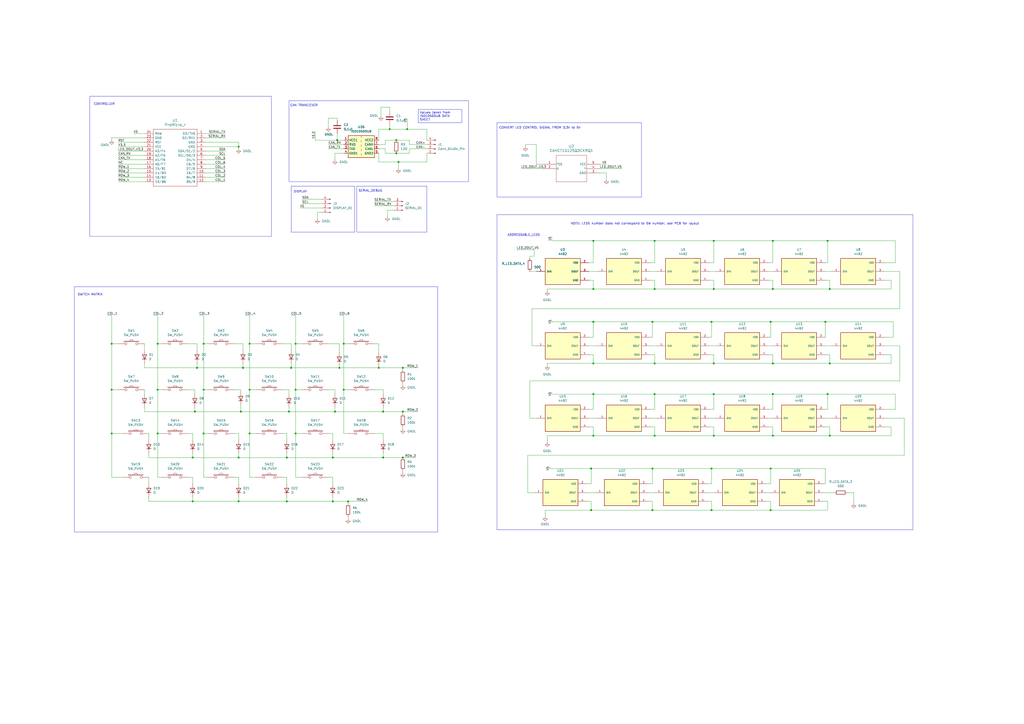
<source format=kicad_sch>
(kicad_sch (version 20250114) (generator "eeschema") (generator_version "9.0")
  (paper "A2")
  (lib_symbols
    (symbol "Connector:Conn_01x03_Pin" (pin_names (offset 1.016) (hide yes))
      (property "Reference" "J" (at 0 5.08 0))
      (property "Value" "Conn_01x03_Pin" (at 0 -5.08 0))
      (symbol "Conn_01x03_Pin_1_1"
        (pin passive line (at 5.08 2.54 180) (length 3.81) (name "Pin_1") (number "1"))
        (pin passive line (at 5.08 0 180) (length 3.81) (name "Pin_2") (number "2"))
        (pin passive line (at 5.08 -2.54 180) (length 3.81) (name "Pin_3") (number "3"))
      )
    )
    (symbol "Connector:Conn_01x04_Pin" (pin_names (offset 1.016) (hide yes))
      (property "Reference" "J" (at 0 5.08 0))
      (property "Value" "Conn_01x04_Pin" (at 0 -7.62 0))
      (symbol "Conn_01x04_Pin_1_1"
        (pin passive line (at 5.08 2.54 180) (length 3.81) (name "Pin_1") (number "1"))
        (pin passive line (at 5.08 0 180) (length 3.81) (name "Pin_2") (number "2"))
        (pin passive line (at 5.08 -2.54 180) (length 3.81) (name "Pin_3") (number "3"))
        (pin passive line (at 5.08 -5.08 180) (length 3.81) (name "Pin_4") (number "4"))
      )
    )
    (symbol "DEV-18288:4492" (pin_names (offset 1.016))
      (property "Reference" "U" (at -10.16 8.255 0))
      (property "Value" "4492" (at -10.16 -10.16 0))
      (symbol "4492_0_0"
        (pin input line (at -15.24 0 0) (length 5.08) (name "DIN") (number "1"))
        (pin power_in line (at 15.24 5.08 180) (length 5.08) (name "VDD") (number "2"))
        (pin output line (at 15.24 0 180) (length 5.08) (name "DOUT") (number "3"))
        (pin power_in line (at 15.24 -5.08 180) (length 5.08) (name "GND") (number "4"))
      )
    )
    (symbol "DEV-18288:CAHCT1G125QDCKRQ1" (pin_names (offset 0.254))
      (property "Reference" "U2" (at 27.94 10.16 0))
      (property "Value" "CAHCT1G125QDCKRQ1" (at 27.94 7.62 0))
      (symbol "CAHCT1G125QDCKRQ1_0_1"
        (pin input line (at 0 0 0) (length 7.62) (name "*OE") (number "1"))
        (pin input line (at 0 -2.54 0) (length 7.62) (name "A") (number "2"))
        (pin power_in line (at 33.02 0 180) (length 7.62) (name "VCC") (number "5"))
        (pin output line (at 33.02 -2.54 180) (length 7.62) (name "Y") (number "4"))
        (pin power_in line (at 33.02 -5.08 180) (length 7.62) (name "GND") (number "3"))
      )
    )
    (symbol "Device:C" (pin_numbers (hide yes)) (pin_names (offset 0.254))
      (property "Reference" "C" (at 0.635 2.54 0))
      (property "Value" "C" (at 0.635 -2.54 0))
      (symbol "C_1_1"
        (pin passive line (at 0 3.81 270) (length 2.794) (name "~") (number "1"))
        (pin passive line (at 0 -3.81 90) (length 2.794) (name "~") (number "2"))
      )
    )
    (symbol "Device:D" (pin_numbers (hide yes)) (pin_names (offset 1.016) (hide yes))
      (property "Reference" "D" (at 0 2.54 0))
      (property "Value" "D" (at 0 -2.54 0))
      (symbol "D_1_1"
        (pin passive line (at -3.81 0 0) (length 2.54) (name "K") (number "1"))
        (pin passive line (at 3.81 0 180) (length 2.54) (name "A") (number "2"))
      )
    )
    (symbol "Device:R" (pin_numbers (hide yes)) (pin_names (offset 0))
      (property "Reference" "R" (at 2.032 0 90))
      (property "Value" "R" (at 0 0 90))
      (symbol "R_1_1"
        (pin passive line (at 0 3.81 270) (length 1.27) (name "~") (number "1"))
        (pin passive line (at 0 -3.81 90) (length 1.27) (name "~") (number "2"))
      )
    )
    (symbol "Interface_CAN_LIN:ISO1050DUB"
      (property "Reference" "U" (at -6.35 6.35 0))
      (property "Value" "ISO1050DUB" (at 2.54 6.35 0))
      (symbol "ISO1050DUB_1_1"
        (pin power_in line (at -10.16 2.54 0) (length 2.54) (name "VCC1") (number "1"))
        (pin output line (at -10.16 0 0) (length 2.54) (name "RXD") (number "2"))
        (pin input line (at -10.16 -2.54 0) (length 2.54) (name "TXD") (number "3"))
        (pin power_in line (at -10.16 -5.08 0) (length 2.54) (name "GND1") (number "4"))
        (pin power_in line (at 10.16 2.54 180) (length 2.54) (name "VCC2") (number "8"))
        (pin bidirectional line (at 10.16 0 180) (length 2.54) (name "CANH") (number "7"))
        (pin bidirectional line (at 10.16 -2.54 180) (length 2.54) (name "CANL") (number "6"))
        (pin power_in line (at 10.16 -5.08 180) (length 2.54) (name "GND2") (number "5"))
      )
    )
    (symbol "kbd:GNDR" (power) (pin_names (offset 0))
      (property "Value" "GNDR" (at 0 -3.81 0))
      (symbol "GNDR_1_1"
        (pin power_in line (at 0 0 270) (length 0) (hide yes) (name "GNDR") (number "1"))
      )
    )
    (symbol "kbd:ProMicro_r" (pin_names (offset 1.016))
      (property "Reference" "U" (at 1.27 22.86 0))
      (property "Value" "ProMicro_r" (at 1.27 -15.24 0))
      (symbol "ProMicro_r_1_1"
        (pin power_out line (at -16.51 17.78 0) (length 5.08) (name "RAW") (number "24"))
        (pin power_in line (at -16.51 15.24 0) (length 5.08) (name "GND") (number "23"))
        (pin input line (at -16.51 12.7 0) (length 5.08) (name "RST") (number "22"))
        (pin power_in line (at -16.51 10.16 0) (length 5.08) (name "VCC") (number "21"))
        (pin bidirectional line (at -16.51 7.62 0) (length 5.08) (name "A3/F4") (number "20"))
        (pin bidirectional line (at -16.51 5.08 0) (length 5.08) (name "A2/F5") (number "19"))
        (pin bidirectional line (at -16.51 2.54 0) (length 5.08) (name "A1/F6") (number "18"))
        (pin bidirectional line (at -16.51 0 0) (length 5.08) (name "A0/F7") (number "17"))
        (pin bidirectional line (at -16.51 -2.54 0) (length 5.08) (name "15/B1") (number "16"))
        (pin bidirectional line (at -16.51 -5.08 0) (length 5.08) (name "14/B3") (number "15"))
        (pin bidirectional line (at -16.51 -7.62 0) (length 5.08) (name "16/B2") (number "14"))
        (pin bidirectional line (at -16.51 -10.16 0) (length 5.08) (name "10/B6") (number "13"))
        (pin bidirectional line (at 19.05 17.78 180) (length 5.08) (name "D3/TX0") (number "1"))
        (pin bidirectional line (at 19.05 15.24 180) (length 5.08) (name "D2/RX1") (number "2"))
        (pin power_in line (at 19.05 12.7 180) (length 5.08) (name "GND") (number "3"))
        (pin power_in line (at 19.05 10.16 180) (length 5.08) (name "GND") (number "4"))
        (pin bidirectional line (at 19.05 7.62 180) (length 5.08) (name "SDA/D1/2") (number "5"))
        (pin bidirectional line (at 19.05 5.08 180) (length 5.08) (name "SCL/D0/3") (number "6"))
        (pin bidirectional line (at 19.05 2.54 180) (length 5.08) (name "D4/4") (number "7"))
        (pin bidirectional line (at 19.05 0 180) (length 5.08) (name "C6/5") (number "8"))
        (pin bidirectional line (at 19.05 -2.54 180) (length 5.08) (name "D7/6") (number "9"))
        (pin bidirectional line (at 19.05 -5.08 180) (length 5.08) (name "E6/7") (number "10"))
        (pin bidirectional line (at 19.05 -7.62 180) (length 5.08) (name "B4/8") (number "11"))
        (pin bidirectional line (at 19.05 -10.16 180) (length 5.08) (name "B5/9") (number "12"))
      )
    )
    (symbol "kbd:SW_PUSH" (pin_numbers (hide yes)) (pin_names (offset 1.016) (hide yes))
      (property "Reference" "SW" (at 3.81 2.794 0))
      (property "Value" "SW_PUSH" (at 0 -2.032 0))
      (symbol "SW_PUSH_0_1"
        (pin passive inverted (at -7.62 0 0) (length 5.08) (name "1") (number "1"))
        (pin passive inverted (at 7.62 0 180) (length 5.08) (name "2") (number "2"))
      )
    )
  )
  (rectangle (start 288.29 124.46) (end 529.59 307.34))
  (rectangle (start 168.91 107.95) (end 205.74 134.62))
  (rectangle (start 52.07 55.88) (end 157.48 137.16))
  (rectangle (start 207.01 107.95) (end 247.65 134.62))
  (rectangle (start 43.18 166.37) (end 254 308.61))
  (rectangle (start 167.64 58.42) (end 271.78 105.41))
  (rectangle (start 288.29 71.12) (end 372.11 114.3))
  (text "SWITCH MATRIX\n" (at 52.324 170.942 0) (effects (font (size 1.27 1.27))))
  (text "DISPLAY" (at 174.244 111.252 0) (effects (font (size 1.27 1.27))))
  (text "CAN TRANCIEVER" (at 176.276 61.214 0) (effects (font (size 1.27 1.27))))
  (text "SERIAL_DEBUG" (at 214.884 110.744 0) (effects (font (size 1.27 1.27))))
  (text "CONTROLLER" (at 60.452 60.452 0) (effects (font (size 1.27 1.27))))
  (text "CONVERT LED CONTROL SIGNAL FROM 3.3V to 5V\n" (at 313.182 74.168 0) (effects (font (size 1.27 1.27))))
  (text "ADDRESSABLE_LEDS" (at 303.784 136.398 0) (effects (font (size 1.27 1.27))))
  (text "NOTE: LEDS number does not correspond to SW number, see PCB for layout" (at 368.3 129.794 0) (effects (font (size 1.27 1.27))))
  (text_box "Values taken from ISO1050DUB DATA SHEET\n" (at 242.57 63.5 0) (size 25.4 7.62) (margins 0.9525 0.9525 0.9525 0.9525) (effects (font (size 1.27 1.27)) (justify left top)))
  (junction (at 111.76 290.83))
  (junction (at 114.3 213.36))
  (junction (at 447.04 186.69))
  (junction (at 91.44 226.06))
  (junction (at 379.73 252.73))
  (junction (at 448.31 228.6))
  (junction (at 448.31 252.73))
  (junction (at 481.33 252.73))
  (junction (at 414.02 252.73))
  (junction (at 233.68 265.43))
  (junction (at 414.02 210.82))
  (junction (at 412.75 295.91))
  (junction (at 414.02 228.6))
  (junction (at 378.46 271.78))
  (junction (at 166.37 265.43))
  (junction (at 344.17 186.69))
  (junction (at 196.85 213.36))
  (junction (at 342.9 295.91))
  (junction (at 91.44 199.39))
  (junction (at 139.7 238.76))
  (junction (at 344.17 228.6))
  (junction (at 201.93 290.83))
  (junction (at 140.97 213.36))
  (junction (at 344.17 210.82))
  (junction (at 229.87 81.28))
  (junction (at 193.04 290.83))
  (junction (at 412.75 271.78))
  (junction (at 64.77 226.06))
  (junction (at 379.73 210.82))
  (junction (at 138.43 290.83))
  (junction (at 64.77 251.46))
  (junction (at 447.04 295.91))
  (junction (at 138.43 265.43))
  (junction (at 378.46 186.69))
  (junction (at 414.02 139.7))
  (junction (at 236.22 74.93))
  (junction (at 168.91 213.36))
  (junction (at 199.39 226.06))
  (junction (at 414.02 167.64))
  (junction (at 193.04 265.43))
  (junction (at 481.33 167.64))
  (junction (at 167.64 238.76))
  (junction (at 379.73 167.64))
  (junction (at 412.75 186.69))
  (junction (at 481.33 210.82))
  (junction (at 447.04 271.78))
  (junction (at 229.87 88.9))
  (junction (at 171.45 226.06))
  (junction (at 144.78 251.46))
  (junction (at 144.78 226.06))
  (junction (at 342.9 271.78))
  (junction (at 113.03 238.76))
  (junction (at 448.31 167.64))
  (junction (at 378.46 295.91))
  (junction (at 118.11 226.06))
  (junction (at 379.73 228.6))
  (junction (at 171.45 251.46))
  (junction (at 233.68 213.36))
  (junction (at 118.11 199.39))
  (junction (at 199.39 199.39))
  (junction (at 233.68 238.76))
  (junction (at 118.11 251.46))
  (junction (at 171.45 199.39))
  (junction (at 448.31 139.7))
  (junction (at 480.06 139.7))
  (junction (at 478.79 186.69))
  (junction (at 344.17 252.73))
  (junction (at 480.06 228.6))
  (junction (at 64.77 199.39))
  (junction (at 231.14 93.98))
  (junction (at 194.31 238.76))
  (junction (at 222.25 238.76))
  (junction (at 344.17 139.7))
  (junction (at 91.44 251.46))
  (junction (at 111.76 265.43))
  (junction (at 344.17 167.64))
  (junction (at 448.31 210.82))
  (junction (at 219.71 213.36))
  (junction (at 379.73 139.7))
  (junction (at 144.78 199.39))
  (junction (at 226.06 74.93))
  (junction (at 166.37 290.83))
  (junction (at 138.43 85.09))
  (junction (at 222.25 265.43))
  (junction (at 195.58 81.28))
  (wire (pts (xy 167.64 238.76) (xy 194.31 238.76)))
  (wire (pts (xy 412.75 271.78) (xy 412.75 280.67)))
  (wire (pts (xy 194.31 88.9) (xy 194.31 92.71)))
  (wire (pts (xy 481.33 167.64) (xy 516.89 167.64)))
  (wire (pts (xy 411.48 157.48) (xy 415.29 157.48)))
  (wire (pts (xy 236.22 68.58) (xy 236.22 74.93)))
  (wire (pts (xy 171.45 226.06) (xy 175.26 226.06)))
  (wire (pts (xy 237.49 83.82) (xy 247.65 83.82)))
  (wire (pts (xy 168.91 213.36) (xy 196.85 213.36)))
  (wire (pts (xy 171.45 251.46) (xy 175.26 251.46)))
  (wire (pts (xy 519.43 152.4) (xy 513.08 152.4)))
  (wire (pts (xy 196.85 182.88) (xy 199.39 182.88)))
  (wire (pts (xy 341.63 237.49) (xy 344.17 237.49)))
  (wire (pts (xy 237.49 81.28) (xy 237.49 83.82)))
  (wire (pts (xy 318.77 270.51) (xy 318.77 271.78)))
  (wire (pts (xy 217.17 119.38) (xy 228.6 119.38)))
  (wire (pts (xy 184.15 123.19) (xy 184.15 127)))
  (wire (pts (xy 414.02 205.74) (xy 411.48 205.74)))
  (wire (pts (xy 199.39 199.39) (xy 201.93 199.39)))
  (wire (pts (xy 119.38 80.01) (xy 130.81 80.01)))
  (wire (pts (xy 516.89 167.64) (xy 516.89 162.56)))
  (wire (pts (xy 111.76 290.83) (xy 138.43 290.83)))
  (wire (pts (xy 491.49 285.75) (xy 495.3 285.75)))
  (wire (pts (xy 219.71 213.36) (xy 219.71 212.09)))
  (wire (pts (xy 219.71 83.82) (xy 223.52 83.82)))
  (wire (pts (xy 445.77 152.4) (xy 448.31 152.4)))
  (wire (pts (xy 299.72 144.78) (xy 309.88 144.78)))
  (wire (pts (xy 448.31 152.4) (xy 448.31 139.7)))
  (wire (pts (xy 163.83 199.39) (xy 168.91 199.39)))
  (wire (pts (xy 233.68 213.36) (xy 242.57 213.36)))
  (wire (pts (xy 190.5 251.46) (xy 193.04 251.46)))
  (wire (pts (xy 414.02 247.65) (xy 411.48 247.65)))
  (wire (pts (xy 135.89 251.46) (xy 138.43 251.46)))
  (wire (pts (xy 379.73 139.7) (xy 379.73 152.4)))
  (wire (pts (xy 233.68 214.63) (xy 233.68 213.36)))
  (wire (pts (xy 377.19 200.66) (xy 381 200.66)))
  (wire (pts (xy 378.46 186.69) (xy 378.46 195.58)))
  (wire (pts (xy 377.19 157.48) (xy 381 157.48)))
  (wire (pts (xy 412.75 295.91) (xy 447.04 295.91)))
  (wire (pts (xy 86.36 280.67) (xy 86.36 276.86)))
  (wire (pts (xy 193.04 288.29) (xy 193.04 290.83)))
  (wire (pts (xy 307.34 157.48) (xy 311.15 157.48)))
  (wire (pts (xy 138.43 290.83) (xy 166.37 290.83)))
  (wire (pts (xy 410.21 280.67) (xy 412.75 280.67)))
  (wire (pts (xy 378.46 290.83) (xy 375.92 290.83)))
  (wire (pts (xy 219.71 204.47) (xy 219.71 199.39)))
  (wire (pts (xy 109.22 199.39) (xy 114.3 199.39)))
  (wire (pts (xy 222.25 238.76) (xy 233.68 238.76)))
  (wire (pts (xy 448.31 167.64) (xy 481.33 167.64)))
  (wire (pts (xy 521.97 220.98) (xy 307.34 220.98)))
  (wire (pts (xy 91.44 251.46) (xy 93.98 251.46)))
  (wire (pts (xy 344.17 205.74) (xy 341.63 205.74)))
  (wire (pts (xy 448.31 210.82) (xy 448.31 205.74)))
  (wire (pts (xy 411.48 195.58) (xy 412.75 195.58)))
  (wire (pts (xy 480.06 290.83) (xy 477.52 290.83)))
  (wire (pts (xy 144.78 276.86) (xy 148.59 276.86)))
  (wire (pts (xy 344.17 247.65) (xy 341.63 247.65)))
  (wire (pts (xy 168.91 210.82) (xy 168.91 213.36)))
  (wire (pts (xy 228.6 121.92) (xy 224.79 121.92)))
  (wire (pts (xy 217.17 116.84) (xy 228.6 116.84)))
  (wire (pts (xy 163.83 226.06) (xy 167.64 226.06)))
  (wire (pts (xy 195.58 81.28) (xy 182.88 81.28)))
  (wire (pts (xy 379.73 167.64) (xy 379.73 162.56)))
  (wire (pts (xy 68.58 85.09) (xy 83.82 85.09)))
  (wire (pts (xy 320.04 185.42) (xy 320.04 186.69)))
  (wire (pts (xy 516.89 252.73) (xy 516.89 247.65)))
  (wire (pts (xy 233.68 247.65) (xy 233.68 248.92)))
  (wire (pts (xy 478.79 186.69) (xy 518.16 186.69)))
  (wire (pts (xy 233.68 222.25) (xy 233.68 223.52)))
  (wire (pts (xy 318.77 271.78) (xy 342.9 271.78)))
  (wire (pts (xy 233.68 273.05) (xy 233.68 274.32)))
  (wire (pts (xy 233.68 238.76) (xy 242.57 238.76)))
  (wire (pts (xy 516.89 162.56) (xy 513.08 162.56)))
  (wire (pts (xy 379.73 247.65) (xy 377.19 247.65)))
  (wire (pts (xy 311.15 95.25) (xy 311.15 83.82)))
  (wire (pts (xy 111.76 276.86) (xy 111.76 280.67)))
  (wire (pts (xy 480.06 139.7) (xy 519.43 139.7)))
  (wire (pts (xy 64.77 251.46) (xy 71.12 251.46)))
  (wire (pts (xy 91.44 226.06) (xy 93.98 226.06)))
  (wire (pts (xy 448.31 167.64) (xy 448.31 162.56)))
  (wire (pts (xy 64.77 226.06) (xy 64.77 251.46)))
  (wire (pts (xy 516.89 210.82) (xy 516.89 205.74)))
  (wire (pts (xy 316.23 299.72) (xy 316.23 295.91)))
  (wire (pts (xy 219.71 199.39) (xy 217.17 199.39)))
  (wire (pts (xy 171.45 251.46) (xy 171.45 276.86)))
  (wire (pts (xy 219.71 74.93) (xy 226.06 74.93)))
  (wire (pts (xy 109.22 226.06) (xy 113.03 226.06)))
  (wire (pts (xy 83.82 199.39) (xy 83.82 203.2)))
  (wire (pts (xy 308.61 179.07) (xy 308.61 200.66)))
  (wire (pts (xy 379.73 228.6) (xy 379.73 237.49)))
  (wire (pts (xy 193.04 276.86) (xy 193.04 280.67)))
  (wire (pts (xy 219.71 93.98) (xy 219.71 88.9)))
  (wire (pts (xy 83.82 210.82) (xy 83.82 213.36)))
  (wire (pts (xy 119.38 102.87) (xy 130.81 102.87)))
  (wire (pts (xy 68.58 95.25) (xy 83.82 95.25)))
  (wire (pts (xy 166.37 288.29) (xy 166.37 290.83)))
  (wire (pts (xy 109.22 251.46) (xy 111.76 251.46)))
  (wire (pts (xy 375.92 280.67) (xy 378.46 280.67)))
  (wire (pts (xy 118.11 199.39) (xy 120.65 199.39)))
  (wire (pts (xy 222.25 265.43) (xy 222.25 262.89)))
  (wire (pts (xy 414.02 228.6) (xy 448.31 228.6)))
  (wire (pts (xy 378.46 186.69) (xy 412.75 186.69)))
  (wire (pts (xy 447.04 295.91) (xy 447.04 290.83)))
  (wire (pts (xy 118.11 251.46) (xy 120.65 251.46)))
  (wire (pts (xy 140.97 213.36) (xy 168.91 213.36)))
  (wire (pts (xy 481.33 205.74) (xy 478.79 205.74)))
  (wire (pts (xy 378.46 295.91) (xy 412.75 295.91)))
  (wire (pts (xy 171.45 276.86) (xy 175.26 276.86)))
  (wire (pts (xy 113.03 238.76) (xy 139.7 238.76)))
  (wire (pts (xy 320.04 139.7) (xy 344.17 139.7)))
  (wire (pts (xy 344.17 210.82) (xy 379.73 210.82)))
  (wire (pts (xy 344.17 186.69) (xy 378.46 186.69)))
  (wire (pts (xy 62.23 182.88) (xy 64.77 182.88)))
  (wire (pts (xy 166.37 276.86) (xy 166.37 280.67)))
  (wire (pts (xy 480.06 228.6) (xy 480.06 237.49)))
  (wire (pts (xy 448.31 162.56) (xy 445.77 162.56)))
  (wire (pts (xy 231.14 93.98) (xy 231.14 97.79)))
  (wire (pts (xy 118.11 276.86) (xy 120.65 276.86)))
  (wire (pts (xy 138.43 288.29) (xy 138.43 290.83)))
  (wire (pts (xy 320.04 137.16) (xy 320.04 139.7)))
  (wire (pts (xy 410.21 285.75) (xy 414.02 285.75)))
  (wire (pts (xy 379.73 162.56) (xy 377.19 162.56)))
  (wire (pts (xy 320.04 228.6) (xy 344.17 228.6)))
  (wire (pts (xy 519.43 139.7) (xy 519.43 152.4)))
  (wire (pts (xy 237.49 88.9) (xy 237.49 86.36)))
  (wire (pts (xy 342.9 290.83) (xy 340.36 290.83)))
  (wire (pts (xy 521.97 200.66) (xy 521.97 220.98)))
  (wire (pts (xy 379.73 167.64) (xy 414.02 167.64)))
  (wire (pts (xy 144.78 199.39) (xy 148.59 199.39)))
  (wire (pts (xy 412.75 186.69) (xy 412.75 195.58)))
  (wire (pts (xy 412.75 295.91) (xy 412.75 290.83)))
  (wire (pts (xy 317.5 168.91) (xy 317.5 167.64)))
  (wire (pts (xy 513.08 200.66) (xy 521.97 200.66)))
  (wire (pts (xy 64.77 199.39) (xy 64.77 226.06)))
  (wire (pts (xy 521.97 179.07) (xy 308.61 179.07)))
  (wire (pts (xy 448.31 247.65) (xy 445.77 247.65)))
  (wire (pts (xy 342.9 280.67) (xy 342.9 271.78)))
  (wire (pts (xy 414.02 252.73) (xy 414.02 247.65)))
  (wire (pts (xy 171.45 199.39) (xy 171.45 226.06)))
  (wire (pts (xy 119.38 95.25) (xy 130.81 95.25)))
  (wire (pts (xy 171.45 226.06) (xy 171.45 251.46)))
  (wire (pts (xy 199.39 226.06) (xy 201.93 226.06)))
  (wire (pts (xy 307.34 220.98) (xy 307.34 242.57)))
  (wire (pts (xy 379.73 228.6) (xy 414.02 228.6)))
  (wire (pts (xy 302.26 97.79) (xy 314.96 97.79)))
  (wire (pts (xy 412.75 271.78) (xy 447.04 271.78)))
  (wire (pts (xy 68.58 97.79) (xy 83.82 97.79)))
  (wire (pts (xy 447.04 195.58) (xy 447.04 186.69)))
  (wire (pts (xy 375.92 285.75) (xy 379.73 285.75)))
  (wire (pts (xy 68.58 92.71) (xy 83.82 92.71)))
  (wire (pts (xy 344.17 195.58) (xy 344.17 186.69)))
  (wire (pts (xy 444.5 285.75) (xy 447.04 285.75)))
  (wire (pts (xy 414.02 167.64) (xy 448.31 167.64)))
  (wire (pts (xy 445.77 157.48) (xy 448.31 157.48)))
  (wire (pts (xy 88.9 182.88) (xy 91.44 182.88)))
  (wire (pts (xy 447.04 186.69) (xy 478.79 186.69)))
  (wire (pts (xy 307.34 242.57) (xy 311.15 242.57)))
  (wire (pts (xy 222.25 228.6) (xy 222.25 226.06)))
  (wire (pts (xy 135.89 226.06) (xy 139.7 226.06)))
  (wire (pts (xy 379.73 205.74) (xy 377.19 205.74)))
  (wire (pts (xy 311.15 83.82) (xy 304.8 83.82)))
  (wire (pts (xy 118.11 199.39) (xy 118.11 226.06)))
  (wire (pts (xy 217.17 226.06) (xy 222.25 226.06)))
  (wire (pts (xy 222.25 255.27) (xy 222.25 251.46)))
  (wire (pts (xy 173.99 120.65) (xy 186.69 120.65)))
  (wire (pts (xy 342.9 295.91) (xy 378.46 295.91)))
  (wire (pts (xy 138.43 265.43) (xy 166.37 265.43)))
  (wire (pts (xy 414.02 139.7) (xy 414.02 152.4)))
  (wire (pts (xy 524.51 242.57) (xy 524.51 264.16)))
  (wire (pts (xy 233.68 240.03) (xy 233.68 238.76)))
  (wire (pts (xy 412.75 186.69) (xy 447.04 186.69)))
  (wire (pts (xy 351.79 100.33) (xy 351.79 104.14)))
  (wire (pts (xy 219.71 74.93) (xy 219.71 81.28)))
  (wire (pts (xy 64.77 199.39) (xy 68.58 199.39)))
  (wire (pts (xy 111.76 251.46) (xy 111.76 255.27)))
  (wire (pts (xy 175.26 118.11) (xy 186.69 118.11)))
  (wire (pts (xy 144.78 226.06) (xy 144.78 251.46)))
  (wire (pts (xy 317.5 167.64) (xy 344.17 167.64)))
  (wire (pts (xy 91.44 251.46) (xy 91.44 276.86)))
  (wire (pts (xy 219.71 86.36) (xy 223.52 86.36)))
  (wire (pts (xy 139.7 226.06) (xy 139.7 227.33)))
  (wire (pts (xy 414.02 210.82) (xy 414.02 205.74)))
  (wire (pts (xy 144.78 226.06) (xy 148.59 226.06)))
  (wire (pts (xy 139.7 238.76) (xy 167.64 238.76)))
  (wire (pts (xy 320.04 186.69) (xy 344.17 186.69)))
  (wire (pts (xy 378.46 271.78) (xy 378.46 280.67)))
  (wire (pts (xy 114.3 213.36) (xy 140.97 213.36)))
  (wire (pts (xy 226.06 74.93) (xy 236.22 74.93)))
  (wire (pts (xy 344.17 162.56) (xy 341.63 162.56)))
  (wire (pts (xy 480.06 295.91) (xy 480.06 290.83)))
  (wire (pts (xy 194.31 238.76) (xy 222.25 238.76)))
  (wire (pts (xy 377.19 237.49) (xy 379.73 237.49)))
  (wire (pts (xy 109.22 276.86) (xy 111.76 276.86)))
  (wire (pts (xy 167.64 236.22) (xy 167.64 238.76)))
  (wire (pts (xy 344.17 210.82) (xy 344.17 205.74)))
  (wire (pts (xy 304.8 83.82) (xy 304.8 85.09)))
  (wire (pts (xy 166.37 262.89) (xy 166.37 265.43)))
  (wire (pts (xy 224.79 121.92) (xy 224.79 125.73)))
  (wire (pts (xy 64.77 226.06) (xy 68.58 226.06)))
  (wire (pts (xy 113.03 226.06) (xy 113.03 228.6)))
  (wire (pts (xy 237.49 86.36) (xy 247.65 86.36)))
  (wire (pts (xy 226.06 72.39) (xy 226.06 74.93)))
  (wire (pts (xy 138.43 276.86) (xy 138.43 280.67)))
  (wire (pts (xy 144.78 251.46) (xy 148.59 251.46)))
  (wire (pts (xy 445.77 195.58) (xy 447.04 195.58)))
  (wire (pts (xy 199.39 199.39) (xy 199.39 226.06)))
  (wire (pts (xy 119.38 92.71) (xy 130.81 92.71)))
  (wire (pts (xy 481.33 210.82) (xy 516.89 210.82)))
  (wire (pts (xy 414.02 139.7) (xy 448.31 139.7)))
  (wire (pts (xy 138.43 82.55) (xy 138.43 85.09)))
  (wire (pts (xy 186.69 123.19) (xy 184.15 123.19)))
  (wire (pts (xy 222.25 251.46) (xy 217.17 251.46)))
  (wire (pts (xy 91.44 199.39) (xy 91.44 226.06)))
  (wire (pts (xy 64.77 276.86) (xy 71.12 276.86)))
  (wire (pts (xy 495.3 285.75) (xy 495.3 292.1)))
  (wire (pts (xy 478.79 157.48) (xy 482.6 157.48)))
  (wire (pts (xy 307.34 148.59) (xy 307.34 149.86)))
  (wire (pts (xy 119.38 105.41) (xy 130.81 105.41)))
  (wire (pts (xy 344.17 167.64) (xy 344.17 162.56)))
  (wire (pts (xy 91.44 276.86) (xy 93.98 276.86)))
  (wire (pts (xy 411.48 242.57) (xy 415.29 242.57)))
  (wire (pts (xy 190.5 199.39) (xy 196.85 199.39)))
  (wire (pts (xy 196.85 199.39) (xy 196.85 204.47)))
  (wire (pts (xy 223.52 81.28) (xy 229.87 81.28)))
  (wire (pts (xy 344.17 252.73) (xy 379.73 252.73)))
  (wire (pts (xy 379.73 139.7) (xy 414.02 139.7)))
  (wire (pts (xy 320.04 227.33) (xy 320.04 228.6)))
  (wire (pts (xy 309.88 148.59) (xy 307.34 148.59)))
  (wire (pts (xy 519.43 237.49) (xy 513.08 237.49)))
  (wire (pts (xy 64.77 81.28) (xy 64.77 80.01)))
  (wire (pts (xy 86.36 255.27) (xy 86.36 251.46)))
  (wire (pts (xy 86.36 265.43) (xy 111.76 265.43)))
  (wire (pts (xy 308.61 200.66) (xy 311.15 200.66)))
  (wire (pts (xy 195.58 77.47) (xy 195.58 81.28)))
  (wire (pts (xy 378.46 295.91) (xy 378.46 290.83)))
  (wire (pts (xy 83.82 226.06) (xy 83.82 228.6)))
  (wire (pts (xy 140.97 199.39) (xy 140.97 203.2)))
  (wire (pts (xy 119.38 87.63) (xy 130.81 87.63)))
  (wire (pts (xy 317.5 212.09) (xy 317.5 210.82)))
  (wire (pts (xy 344.17 237.49) (xy 344.17 228.6)))
  (wire (pts (xy 199.39 226.06) (xy 199.39 251.46)))
  (wire (pts (xy 219.71 93.98) (xy 231.14 93.98)))
  (wire (pts (xy 115.57 182.88) (xy 118.11 182.88)))
  (wire (pts (xy 478.79 200.66) (xy 482.6 200.66)))
  (wire (pts (xy 344.17 228.6) (xy 379.73 228.6)))
  (wire (pts (xy 64.77 251.46) (xy 64.77 276.86)))
  (wire (pts (xy 199.39 88.9) (xy 194.31 88.9)))
  (wire (pts (xy 168.91 199.39) (xy 168.91 203.2)))
  (wire (pts (xy 236.22 74.93) (xy 247.65 74.93)))
  (wire (pts (xy 377.19 242.57) (xy 381 242.57)))
  (wire (pts (xy 414.02 228.6) (xy 414.02 237.49)))
  (wire (pts (xy 516.89 247.65) (xy 513.08 247.65)))
  (wire (pts (xy 233.68 265.43) (xy 241.3 265.43)))
  (wire (pts (xy 226.06 64.77) (xy 226.06 62.23)))
  (wire (pts (xy 519.43 228.6) (xy 519.43 237.49)))
  (wire (pts (xy 480.06 139.7) (xy 480.06 152.4)))
  (wire (pts (xy 140.97 210.82) (xy 140.97 213.36)))
  (wire (pts (xy 314.96 95.25) (xy 311.15 95.25)))
  (wire (pts (xy 142.24 182.88) (xy 144.78 182.88)))
  (wire (pts (xy 119.38 100.33) (xy 130.81 100.33)))
  (wire (pts (xy 166.37 265.43) (xy 193.04 265.43)))
  (wire (pts (xy 86.36 265.43) (xy 86.36 262.89)))
  (wire (pts (xy 64.77 80.01) (xy 83.82 80.01)))
  (wire (pts (xy 481.33 247.65) (xy 478.79 247.65)))
  (wire (pts (xy 163.83 251.46) (xy 166.37 251.46)))
  (wire (pts (xy 347.98 100.33) (xy 351.79 100.33)))
  (wire (pts (xy 447.04 280.67) (xy 447.04 271.78)))
  (wire (pts (xy 83.82 236.22) (xy 83.82 238.76)))
  (wire (pts (xy 119.38 77.47) (xy 130.81 77.47)))
  (wire (pts (xy 342.9 271.78) (xy 378.46 271.78)))
  (wire (pts (xy 344.17 139.7) (xy 379.73 139.7)))
  (wire (pts (xy 190.5 226.06) (xy 194.31 226.06)))
  (wire (pts (xy 190.5 83.82) (xy 199.39 83.82)))
  (wire (pts (xy 377.19 195.58) (xy 378.46 195.58)))
  (wire (pts (xy 411.48 200.66) (xy 415.29 200.66)))
  (wire (pts (xy 379.73 210.82) (xy 414.02 210.82)))
  (wire (pts (xy 199.39 182.88) (xy 199.39 199.39)))
  (wire (pts (xy 118.11 182.88) (xy 118.11 199.39)))
  (wire (pts (xy 118.11 226.06) (xy 120.65 226.06)))
  (wire (pts (xy 167.64 226.06) (xy 167.64 228.6)))
  (wire (pts (xy 341.63 242.57) (xy 346.71 242.57)))
  (wire (pts (xy 223.52 83.82) (xy 223.52 81.28)))
  (wire (pts (xy 119.38 85.09) (xy 138.43 85.09)))
  (wire (pts (xy 196.85 212.09) (xy 196.85 213.36)))
  (wire (pts (xy 478.79 242.57) (xy 482.6 242.57)))
  (wire (pts (xy 513.08 242.57) (xy 524.51 242.57)))
  (wire (pts (xy 340.36 285.75) (xy 345.44 285.75)))
  (wire (pts (xy 220.98 62.23) (xy 220.98 67.31)))
  (wire (pts (xy 229.87 88.9) (xy 237.49 88.9)))
  (wire (pts (xy 223.52 88.9) (xy 229.87 88.9)))
  (wire (pts (xy 113.03 236.22) (xy 113.03 238.76)))
  (wire (pts (xy 340.36 280.67) (xy 342.9 280.67)))
  (wire (pts (xy 379.73 252.73) (xy 414.02 252.73)))
  (wire (pts (xy 119.38 82.55) (xy 138.43 82.55)))
  (wire (pts (xy 342.9 295.91) (xy 342.9 290.83)))
  (wire (pts (xy 144.78 251.46) (xy 144.78 276.86)))
  (wire (pts (xy 478.79 152.4) (xy 480.06 152.4)))
  (wire (pts (xy 68.58 82.55) (xy 83.82 82.55)))
  (wire (pts (xy 377.19 152.4) (xy 379.73 152.4)))
  (wire (pts (xy 477.52 285.75) (xy 483.87 285.75)))
  (wire (pts (xy 516.89 205.74) (xy 513.08 205.74)))
  (wire (pts (xy 196.85 213.36) (xy 219.71 213.36)))
  (wire (pts (xy 190.5 86.36) (xy 199.39 86.36)))
  (wire (pts (xy 190.5 68.58) (xy 190.5 73.66)))
  (wire (pts (xy 223.52 86.36) (xy 223.52 88.9)))
  (wire (pts (xy 445.77 200.66) (xy 448.31 200.66)))
  (wire (pts (xy 193.04 265.43) (xy 222.25 265.43)))
  (wire (pts (xy 518.16 186.69) (xy 518.16 195.58)))
  (wire (pts (xy 193.04 262.89) (xy 193.04 265.43)))
  (wire (pts (xy 518.16 195.58) (xy 513.08 195.58)))
  (wire (pts (xy 521.97 157.48) (xy 521.97 179.07)))
  (wire (pts (xy 247.65 93.98) (xy 247.65 88.9)))
  (wire (pts (xy 447.04 295.91) (xy 480.06 295.91)))
  (wire (pts (xy 193.04 251.46) (xy 193.04 255.27)))
  (wire (pts (xy 344.17 152.4) (xy 344.17 139.7)))
  (wire (pts (xy 68.58 105.41) (xy 83.82 105.41)))
  (wire (pts (xy 344.17 252.73) (xy 344.17 247.65)))
  (wire (pts (xy 481.33 252.73) (xy 516.89 252.73)))
  (wire (pts (xy 379.73 210.82) (xy 379.73 205.74)))
  (wire (pts (xy 478.79 186.69) (xy 478.79 195.58)))
  (wire (pts (xy 477.52 280.67) (xy 478.79 280.67)))
  (wire (pts (xy 448.31 228.6) (xy 480.06 228.6)))
  (wire (pts (xy 111.76 265.43) (xy 138.43 265.43)))
  (wire (pts (xy 201.93 290.83) (xy 213.36 290.83)))
  (wire (pts (xy 199.39 251.46) (xy 201.93 251.46)))
  (wire (pts (xy 247.65 74.93) (xy 247.65 81.28)))
  (wire (pts (xy 414.02 167.64) (xy 414.02 162.56)))
  (wire (pts (xy 379.73 252.73) (xy 379.73 247.65)))
  (wire (pts (xy 199.39 81.28) (xy 195.58 81.28)))
  (wire (pts (xy 68.58 102.87) (xy 83.82 102.87)))
  (wire (pts (xy 144.78 182.88) (xy 144.78 199.39)))
  (wire (pts (xy 193.04 290.83) (xy 201.93 290.83)))
  (wire (pts (xy 166.37 251.46) (xy 166.37 255.27)))
  (wire (pts (xy 411.48 237.49) (xy 414.02 237.49)))
  (wire (pts (xy 316.23 295.91) (xy 342.9 295.91)))
  (wire (pts (xy 347.98 97.79) (xy 360.68 97.79)))
  (wire (pts (xy 448.31 139.7) (xy 480.06 139.7)))
  (wire (pts (xy 86.36 290.83) (xy 111.76 290.83)))
  (wire (pts (xy 445.77 237.49) (xy 448.31 237.49)))
  (wire (pts (xy 524.51 264.16) (xy 306.07 264.16)))
  (wire (pts (xy 231.14 93.98) (xy 247.65 93.98)))
  (wire (pts (xy 448.31 252.73) (xy 448.31 247.65)))
  (wire (pts (xy 481.33 210.82) (xy 481.33 205.74)))
  (wire (pts (xy 166.37 290.83) (xy 193.04 290.83)))
  (wire (pts (xy 414.02 162.56) (xy 411.48 162.56)))
  (wire (pts (xy 135.89 276.86) (xy 138.43 276.86)))
  (wire (pts (xy 91.44 199.39) (xy 93.98 199.39)))
  (wire (pts (xy 64.77 182.88) (xy 64.77 199.39)))
  (wire (pts (xy 414.02 210.82) (xy 448.31 210.82)))
  (wire (pts (xy 168.91 182.88) (xy 171.45 182.88)))
  (wire (pts (xy 163.83 276.86) (xy 166.37 276.86)))
  (wire (pts (xy 306.07 285.75) (xy 309.88 285.75)))
  (wire (pts (xy 444.5 280.67) (xy 447.04 280.67)))
  (wire (pts (xy 182.88 81.28) (xy 182.88 76.2)))
  (wire (pts (xy 68.58 87.63) (xy 83.82 87.63)))
  (wire (pts (xy 222.25 238.76) (xy 222.25 236.22)))
  (wire (pts (xy 344.17 167.64) (xy 379.73 167.64)))
  (wire (pts (xy 317.5 210.82) (xy 344.17 210.82)))
  (wire (pts (xy 481.33 167.64) (xy 481.33 162.56)))
  (wire (pts (xy 414.02 252.73) (xy 448.31 252.73)))
  (wire (pts (xy 317.5 252.73) (xy 344.17 252.73)))
  (wire (pts (xy 114.3 210.82) (xy 114.3 213.36)))
  (wire (pts (xy 138.43 262.89) (xy 138.43 265.43)))
  (wire (pts (xy 111.76 288.29) (xy 111.76 290.83)))
  (wire (pts (xy 411.48 152.4) (xy 414.02 152.4)))
  (wire (pts (xy 83.82 238.76) (xy 113.03 238.76)))
  (wire (pts (xy 114.3 199.39) (xy 114.3 203.2)))
  (wire (pts (xy 481.33 162.56) (xy 478.79 162.56)))
  (wire (pts (xy 83.82 213.36) (xy 114.3 213.36)))
  (wire (pts (xy 219.71 213.36) (xy 233.68 213.36)))
  (wire (pts (xy 448.31 237.49) (xy 448.31 228.6)))
  (wire (pts (xy 194.31 226.06) (xy 194.31 228.5507)))
  (wire (pts (xy 378.46 271.78) (xy 412.75 271.78)))
  (wire (pts (xy 111.76 262.89) (xy 111.76 265.43)))
  (wire (pts (xy 309.88 144.78) (xy 309.88 148.59)))
  (wire (pts (xy 341.63 152.4) (xy 344.17 152.4)))
  (wire (pts (xy 138.43 251.46) (xy 138.43 255.27)))
  (wire (pts (xy 139.7 234.95) (xy 139.7 238.76)))
  (wire (pts (xy 341.63 195.58) (xy 344.17 195.58)))
  (wire (pts (xy 481.33 252.73) (xy 481.33 247.65)))
  (wire (pts (xy 171.45 199.39) (xy 175.26 199.39)))
  (wire (pts (xy 171.45 182.88) (xy 171.45 199.39)))
  (wire (pts (xy 222.25 265.43) (xy 233.68 265.43)))
  (wire (pts (xy 195.58 69.85) (xy 195.58 68.58)))
  (wire (pts (xy 201.93 292.1) (xy 201.93 290.83)))
  (wire (pts (xy 229.87 81.28) (xy 237.49 81.28)))
  (wire (pts (xy 412.75 290.83) (xy 410.21 290.83)))
  (wire (pts (xy 86.36 290.83) (xy 86.36 288.29)))
  (wire (pts (xy 91.44 226.06) (xy 91.44 251.46)))
  (wire (pts (xy 135.89 199.39) (xy 140.97 199.39)))
  (wire (pts (xy 195.58 68.58) (xy 190.5 68.58)))
  (wire (pts (xy 144.78 199.39) (xy 144.78 226.06)))
  (wire (pts (xy 478.79 271.78) (xy 478.79 280.67)))
  (wire (pts (xy 513.08 157.48) (xy 521.97 157.48)))
  (wire (pts (xy 445.77 242.57) (xy 448.31 242.57)))
  (wire (pts (xy 194.31 236.1707) (xy 194.31 238.76)))
  (wire (pts (xy 317.5 256.54) (xy 317.5 252.73)))
  (wire (pts (xy 447.04 271.78) (xy 478.79 271.78)))
  (wire (pts (xy 480.06 228.6) (xy 519.43 228.6)))
  (wire (pts (xy 118.11 251.46) (xy 118.11 276.86)))
  (wire (pts (xy 190.5 276.86) (xy 193.04 276.86)))
  (wire (pts (xy 118.11 226.06) (xy 118.11 251.46)))
  (wire (pts (xy 119.38 97.79) (xy 130.81 97.79)))
  (wire (pts (xy 175.26 115.57) (xy 186.69 115.57)))
  (wire (pts (xy 306.07 264.16) (xy 306.07 285.75)))
  (wire (pts (xy 448.31 252.73) (xy 481.33 252.73)))
  (wire (pts (xy 347.98 95.25) (xy 351.79 95.25)))
  (wire (pts (xy 341.63 157.48) (xy 346.71 157.48)))
  (wire (pts (xy 478.79 237.49) (xy 480.06 237.49)))
  (wire (pts (xy 77.47 77.47) (xy 83.82 77.47)))
  (wire (pts (xy 226.06 62.23) (xy 220.98 62.23)))
  (wire (pts (xy 447.04 290.83) (xy 444.5 290.83)))
  (wire (pts (xy 68.58 90.17) (xy 83.82 90.17)))
  (wire (pts (xy 341.63 200.66) (xy 346.71 200.66)))
  (wire (pts (xy 91.44 182.88) (xy 91.44 199.39)))
  (wire (pts (xy 68.58 100.33) (xy 83.82 100.33)))
  (wire (pts (xy 201.93 299.72) (xy 201.93 300.99)))
  (wire (pts (xy 119.38 90.17) (xy 130.81 90.17)))
  (wire (pts (xy 138.43 86.36) (xy 138.43 85.09)))
  (wire (pts (xy 448.31 210.82) (xy 481.33 210.82)))
  (wire (pts (xy 448.31 205.74) (xy 445.77 205.74)))
  (label "CAN_RX" (at 190.5 83.82 0))
  (label "ROW_2" (at 242.57 238.76 180))
  (label "V5" (at 318.77 270.51 270))
  (label "CAN_TX" (at 190.5 86.36 0))
  (label "COL_2" (at 88.9 182.88 0))
  (label "ROW_3" (at 241.3 265.43 180))
  (label "SCL" (at 130.81 90.17 180))
  (label "COL_4" (at 130.81 97.79 180))
  (label "LED_DOUT_V3.3" (at 68.58 87.63 0))
  (label "ROW_4" (at 68.58 105.41 0))
  (label "SERIAL_RX" (at 217.17 119.38 0))
  (label "CAN-" (at 241.3 86.36 0))
  (label "COL_3" (at 115.57 182.88 0))
  (label "SDA" (at 130.81 87.63 180))
  (label "SERIAL_TX" (at 217.17 116.84 0))
  (label "SERIAL_RX" (at 130.81 80.01 180))
  (label "LED_DOUT_V5" (at 299.72 144.78 0))
  (label "COL_3" (at 130.81 100.33 180))
  (label "NC" (at 68.58 95.25 0))
  (label "V3.3" (at 182.88 76.2 270))
  (label "SDA" (at 175.26 115.57 0))
  (label "SCL" (at 175.26 118.11 0))
  (label "V5" (at 320.04 227.33 270))
  (label "V3.3" (at 68.58 85.09 0))
  (label "SERIAL_TX" (at 130.81 77.47 180))
  (label "CAN+" (at 241.3 83.82 0))
  (label "CAN_TX" (at 68.58 92.71 0))
  (label "COL_2" (at 130.81 102.87 180))
  (label "COL_6" (at 130.81 95.25 180))
  (label "ROW_2" (at 68.58 100.33 0))
  (label "COL_5" (at 168.91 182.88 0))
  (label "V5" (at 320.04 185.42 270))
  (label "CAN_RX" (at 68.58 90.17 0))
  (label "ROW_1" (at 242.57 213.36 180))
  (label "V5" (at 320.04 137.16 270))
  (label "ROW_3" (at 68.58 102.87 0))
  (label "COL_1" (at 130.81 105.41 180))
  (label "RST" (at 68.58 82.55 0))
  (label "LED_DOUT_V3.3" (at 302.26 97.79 0))
  (label "COL_1" (at 62.23 182.88 0))
  (label "COL_6" (at 196.85 182.88 0))
  (label "V5" (at 236.22 68.58 270))
  (label "LED_DOUT_V5" (at 360.68 97.79 180))
  (label "ROW_1" (at 68.58 97.79 0))
  (label "COL_5" (at 130.81 92.71 180))
  (label "ROW_4" (at 213.36 290.83 180))
  (label "V5" (at 351.79 95.25 180))
  (label "V5" (at 77.47 77.47 0))
  (label "V5" (at 173.99 120.65 0))
  (label "COL_4" (at 142.24 182.88 0))
  (symbol (lib_id "kbd:GNDR") (at 201.93 300.99 0) (unit 1)
    (property "Reference" "#PWR015" (effects (hide yes)))
    (property "Value" "GNDL" (at 204.47 302.2599 0) (effects (justify left)))
    (property "Description" "Power symbol creates a global label with name \"GND\" , ground" (effects (hide yes)))
  )
  (symbol (lib_id "Device:R") (at 307.34 153.67 180) (unit 1)
    (property "Reference" "R_LED_DATA_4" (at 291.084 152.908 0) (effects (justify right)))
    (property "Value" "500" (at 309.88 154.9399 0) (effects (justify right)))
    (property "Footprint" "Resistor_SMD:R_1206_3216Metric_Pad1.30x1.75mm_HandSolder" (effects (hide yes)))
    (property "Description" "Resistor" (effects (hide yes)))
  )
  (symbol (lib_id "Device:R") (at 233.68 243.84 0) (unit 1)
    (property "Reference" "R2" (at 236.22 242.5699 0) (effects (justify left)))
    (property "Value" "100k" (at 236.22 245.1099 0) (effects (justify left)))
    (property "Footprint" "Resistor_SMD:R_1206_3216Metric_Pad1.30x1.75mm_HandSolder" (effects (hide yes)))
    (property "Description" "Resistor" (effects (hide yes)))
  )
  (symbol (lib_id "DEV-18288:4492") (at 463.55 200.66 0) (unit 1)
    (property "Reference" "U13" (at 463.55 187.96 0))
    (property "Value" "4492" (at 463.55 190.5 0))
    (property "Footprint" "DEV_18288:LED_4492" (effects (hide yes)))
    (property "PARTREV" "14/10/19" (effects (hide yes)))
    (property "STANDARD" "Manufacturer Recommendations" (effects (hide yes)))
    (property "MAXIMUM_PACKAGE_HEIGHT" "0.65 mm" (effects (hide yes)))
    (property "MANUFACTURER" "Adafruit Industries" (effects (hide yes)))
  )
  (symbol (lib_id "DEV-18288:CAHCT1G125QDCKRQ1") (at 314.96 95.25 0) (unit 1)
    (property "Reference" "U2" (at 331.47 84.836 0) (effects (font (size 1.524 1.524))))
    (property "Value" "CAHCT1G125QDCKRQ1" (at 331.47 87.376 0) (effects (font (size 1.524 1.524))))
    (property "Footprint" "DEV_18288:DCK5" (effects (hide yes)))
    (property "Datasheet" "https://www.ti.com/lit/gpn/sn74ahct1g125-q1" (effects (hide yes)))
  )
  (symbol (lib_id "DEV-18288:4492") (at 497.84 157.48 0) (unit 1)
    (property "Reference" "U8" (at 497.84 144.78 0))
    (property "Value" "4492" (at 497.84 147.32 0))
    (property "Footprint" "DEV_18288:LED_4492" (effects (hide yes)))
    (property "PARTREV" "14/10/19" (effects (hide yes)))
    (property "STANDARD" "Manufacturer Recommendations" (effects (hide yes)))
    (property "MAXIMUM_PACKAGE_HEIGHT" "0.65 mm" (effects (hide yes)))
    (property "MANUFACTURER" "Adafruit Industries" (effects (hide yes)))
  )
  (symbol (lib_id "kbd:SW_PUSH") (at 182.88 199.39 0) (unit 1)
    (property "Reference" "SW5" (at 182.88 191.77 0))
    (property "Value" "SW_PUSH" (at 182.88 194.31 0))
    (property "Footprint" "kbd:keyswitch_cherrymx_hotswap_1u" (effects (hide yes)))
  )
  (symbol (lib_id "DEV-18288:4492") (at 396.24 200.66 0) (unit 1)
    (property "Reference" "U11" (at 396.24 187.96 0))
    (property "Value" "4492" (at 396.24 190.5 0))
    (property "Footprint" "DEV_18288:LED_4492" (effects (hide yes)))
    (property "PARTREV" "14/10/19" (effects (hide yes)))
    (property "STANDARD" "Manufacturer Recommendations" (effects (hide yes)))
    (property "MAXIMUM_PACKAGE_HEIGHT" "0.65 mm" (effects (hide yes)))
    (property "MANUFACTURER" "Adafruit Industries" (effects (hide yes)))
  )
  (symbol (lib_id "Device:D") (at 83.82 232.41 90) (unit 1)
    (property "Reference" "D7" (at 86.36 231.1399 90) (effects (justify right)))
    (property "Value" "D" (at 86.36 233.6799 90) (effects (justify right)))
    (property "Footprint" "Diode_THT:D_DO-35_SOD27_P10.16mm_Horizontal" (effects (hide yes)))
    (property "Description" "Diode" (effects (hide yes)))
    (property "Sim.Device" "D" (effects (hide yes)))
    (property "Sim.Pins" "1=K 2=A" (effects (hide yes)))
  )
  (symbol (lib_id "kbd:GNDR") (at 304.8 85.09 0) (unit 1)
    (property "Reference" "#PWR04" (effects (hide yes)))
    (property "Value" "GNDL" (at 304.8 90.17 0))
    (property "Description" "Power symbol creates a global label with name \"GND\" , ground" (effects (hide yes)))
  )
  (symbol (lib_id "kbd:SW_PUSH") (at 101.6 251.46 0) (unit 1)
    (property "Reference" "SW14" (at 101.6 243.84 0))
    (property "Value" "SW_PUSH" (at 101.6 246.38 0))
    (property "Footprint" "kbd:keyswitch_cherrymx_hotswap_1u" (effects (hide yes)))
  )
  (symbol (lib_id "Connector:Conn_01x04_Pin") (at 191.77 120.65 180) (unit 1)
    (property "Reference" "J3" (at 193.04 118.1099 0) (effects (justify right)))
    (property "Value" "DISPLAY_01" (at 193.294 120.65 0) (effects (justify right)))
    (property "Footprint" "Connector_PinSocket_2.54mm:PinSocket_1x04_P2.54mm_Vertical" (effects (hide yes)))
    (property "Description" "Generic connector, single row, 01x04, script generated" (effects (hide yes)))
  )
  (symbol (lib_id "DEV-18288:4492") (at 463.55 242.57 0) (unit 1)
    (property "Reference" "U19" (at 463.55 229.87 0))
    (property "Value" "4492" (at 463.55 232.41 0))
    (property "Footprint" "DEV_18288:LED_4492" (effects (hide yes)))
    (property "PARTREV" "14/10/19" (effects (hide yes)))
    (property "STANDARD" "Manufacturer Recommendations" (effects (hide yes)))
    (property "MAXIMUM_PACKAGE_HEIGHT" "0.65 mm" (effects (hide yes)))
    (property "MANUFACTURER" "Adafruit Industries" (effects (hide yes)))
  )
  (symbol (lib_id "DEV-18288:4492") (at 361.95 200.66 0) (unit 1)
    (property "Reference" "U10" (at 361.95 187.96 0))
    (property "Value" "4492" (at 361.95 190.5 0))
    (property "Footprint" "DEV_18288:LED_4492" (effects (hide yes)))
    (property "PARTREV" "14/10/19" (effects (hide yes)))
    (property "STANDARD" "Manufacturer Recommendations" (effects (hide yes)))
    (property "MAXIMUM_PACKAGE_HEIGHT" "0.65 mm" (effects (hide yes)))
    (property "MANUFACTURER" "Adafruit Industries" (effects (hide yes)))
  )
  (symbol (lib_id "kbd:SW_PUSH") (at 128.27 276.86 0) (unit 1)
    (property "Reference" "SW21" (at 128.27 269.24 0))
    (property "Value" "SW_PUSH" (at 128.27 271.78 0))
    (property "Footprint" "kbd:keyswitch_cherrymx_hotswap_1u" (effects (hide yes)))
  )
  (symbol (lib_id "kbd:SW_PUSH") (at 209.55 226.06 0) (unit 1)
    (property "Reference" "SW12" (at 209.55 218.44 0))
    (property "Value" "SW_PUSH" (at 209.55 220.98 0))
    (property "Footprint" "kbd:keyswitch_cherrymx_hotswap_1u" (effects (hide yes)))
  )
  (symbol (lib_id "DEV-18288:4492") (at 430.53 157.48 0) (unit 1)
    (property "Reference" "U6" (at 430.53 144.78 0))
    (property "Value" "4492" (at 430.53 147.32 0))
    (property "Footprint" "DEV_18288:LED_4492" (effects (hide yes)))
    (property "PARTREV" "14/10/19" (effects (hide yes)))
    (property "STANDARD" "Manufacturer Recommendations" (effects (hide yes)))
    (property "MAXIMUM_PACKAGE_HEIGHT" "0.65 mm" (effects (hide yes)))
    (property "MANUFACTURER" "Adafruit Industries" (effects (hide yes)))
  )
  (symbol (lib_id "DEV-18288:4492") (at 396.24 157.48 0) (unit 1)
    (property "Reference" "U5" (at 396.24 144.78 0))
    (property "Value" "4492" (at 396.24 147.32 0))
    (property "Footprint" "DEV_18288:LED_4492" (effects (hide yes)))
    (property "PARTREV" "14/10/19" (effects (hide yes)))
    (property "STANDARD" "Manufacturer Recommendations" (effects (hide yes)))
    (property "MAXIMUM_PACKAGE_HEIGHT" "0.65 mm" (effects (hide yes)))
    (property "MANUFACTURER" "Adafruit Industries" (effects (hide yes)))
  )
  (symbol (lib_id "Device:R") (at 233.68 269.24 0) (unit 1)
    (property "Reference" "R5" (at 236.22 267.9699 0) (effects (justify left)))
    (property "Value" "100k" (at 236.22 270.5099 0) (effects (justify left)))
    (property "Footprint" "Resistor_SMD:R_1206_3216Metric_Pad1.30x1.75mm_HandSolder" (effects (hide yes)))
    (property "Description" "Resistor" (effects (hide yes)))
  )
  (symbol (lib_id "Connector:Conn_01x04_Pin") (at 252.73 86.36 180) (unit 1)
    (property "Reference" "J1" (at 254 83.8199 0) (effects (justify right)))
    (property "Value" "Conn_01x04_Pin" (at 254 86.3599 0) (effects (justify right)))
    (property "Footprint" "Connector_PinSocket_2.54mm:PinSocket_1x04_P2.54mm_Vertical" (effects (hide yes)))
    (property "Description" "Generic connector, single row, 01x04, script generated" (effects (hide yes)))
  )
  (symbol (lib_id "DEV-18288:4492") (at 326.39 242.57 0) (unit 1)
    (property "Reference" "U15" (at 326.39 229.87 0))
    (property "Value" "4492" (at 326.39 232.41 0))
    (property "Footprint" "DEV_18288:LED_4492" (effects (hide yes)))
    (property "PARTREV" "14/10/19" (effects (hide yes)))
    (property "STANDARD" "Manufacturer Recommendations" (effects (hide yes)))
    (property "MAXIMUM_PACKAGE_HEIGHT" "0.65 mm" (effects (hide yes)))
    (property "MANUFACTURER" "Adafruit Industries" (effects (hide yes)))
  )
  (symbol (lib_id "Device:D") (at 111.76 259.08 90) (unit 1)
    (property "Reference" "D14" (at 114.3 257.8099 90) (effects (justify right)))
    (property "Value" "D" (at 114.3 260.3499 90) (effects (justify right)))
    (property "Footprint" "Diode_THT:D_DO-35_SOD27_P10.16mm_Horizontal" (effects (hide yes)))
    (property "Description" "Diode" (effects (hide yes)))
    (property "Sim.Device" "D" (effects (hide yes)))
    (property "Sim.Pins" "1=K 2=A" (effects (hide yes)))
  )
  (symbol (lib_id "Device:D") (at 111.76 284.48 90) (unit 1)
    (property "Reference" "D20" (at 114.3 283.2099 90) (effects (justify right)))
    (property "Value" "D" (at 114.3 285.7499 90) (effects (justify right)))
    (property "Footprint" "Diode_THT:D_DO-35_SOD27_P10.16mm_Horizontal" (effects (hide yes)))
    (property "Description" "Diode" (effects (hide yes)))
    (property "Sim.Device" "D" (effects (hide yes)))
    (property "Sim.Pins" "1=K 2=A" (effects (hide yes)))
  )
  (symbol (lib_id "kbd:SW_PUSH") (at 156.21 251.46 0) (unit 1)
    (property "Reference" "SW16" (at 156.21 243.84 0))
    (property "Value" "SW_PUSH" (at 156.21 246.38 0))
    (property "Footprint" "kbd:keyswitch_cherrymx_hotswap_1u" (effects (hide yes)))
  )
  (symbol (lib_id "kbd:GNDR") (at 231.14 97.79 0) (unit 1)
    (property "Reference" "#PWR014" (effects (hide yes)))
    (property "Value" "GNDL" (at 233.68 99.0599 0) (effects (justify left)))
    (property "Description" "Power symbol creates a global label with name \"GND\" , ground" (effects (hide yes)))
  )
  (symbol (lib_id "DEV-18288:4492") (at 430.53 200.66 0) (unit 1)
    (property "Reference" "U12" (at 430.53 187.96 0))
    (property "Value" "4492" (at 430.53 190.5 0))
    (property "Footprint" "DEV_18288:LED_4492" (effects (hide yes)))
    (property "PARTREV" "14/10/19" (effects (hide yes)))
    (property "STANDARD" "Manufacturer Recommendations" (effects (hide yes)))
    (property "MAXIMUM_PACKAGE_HEIGHT" "0.65 mm" (effects (hide yes)))
    (property "MANUFACTURER" "Adafruit Industries" (effects (hide yes)))
  )
  (symbol (lib_id "kbd:SW_PUSH") (at 128.27 199.39 0) (unit 1)
    (property "Reference" "SW3" (at 128.27 191.77 0))
    (property "Value" "SW_PUSH" (at 128.27 194.31 0))
    (property "Footprint" "kbd:keyswitch_cherrymx_hotswap_1u" (effects (hide yes)))
  )
  (symbol (lib_id "DEV-18288:4492") (at 361.95 157.48 0) (unit 1)
    (property "Reference" "U4" (at 361.95 144.78 0))
    (property "Value" "4492" (at 361.95 147.32 0))
    (property "Footprint" "DEV_18288:LED_4492" (effects (hide yes)))
    (property "PARTREV" "14/10/19" (effects (hide yes)))
    (property "STANDARD" "Manufacturer Recommendations" (effects (hide yes)))
    (property "MAXIMUM_PACKAGE_HEIGHT" "0.65 mm" (effects (hide yes)))
    (property "MANUFACTURER" "Adafruit Industries" (effects (hide yes)))
  )
  (symbol (lib_id "kbd:SW_PUSH") (at 156.21 226.06 0) (unit 1)
    (property "Reference" "SW10" (at 156.21 218.44 0))
    (property "Value" "SW_PUSH" (at 156.21 220.98 0))
    (property "Footprint" "kbd:keyswitch_cherrymx_hotswap_1u" (effects (hide yes)))
  )
  (symbol (lib_id "Device:D") (at 166.37 259.08 90) (unit 1)
    (property "Reference" "D16" (at 168.91 257.8099 90) (effects (justify right)))
    (property "Value" "D" (at 168.91 260.3499 90) (effects (justify right)))
    (property "Footprint" "Diode_THT:D_DO-35_SOD27_P10.16mm_Horizontal" (effects (hide yes)))
    (property "Description" "Diode" (effects (hide yes)))
    (property "Sim.Device" "D" (effects (hide yes)))
    (property "Sim.Pins" "1=K 2=A" (effects (hide yes)))
  )
  (symbol (lib_id "Device:R") (at 201.93 295.91 0) (unit 1)
    (property "Reference" "R6" (at 204.47 294.6399 0) (effects (justify left)))
    (property "Value" "100k" (at 204.47 297.1799 0) (effects (justify left)))
    (property "Footprint" "Resistor_SMD:R_1206_3216Metric_Pad1.30x1.75mm_HandSolder" (effects (hide yes)))
    (property "Description" "Resistor" (effects (hide yes)))
  )
  (symbol (lib_id "kbd:GNDR") (at 138.43 86.36 0) (unit 1)
    (property "Reference" "#PWR013" (effects (hide yes)))
    (property "Value" "GNDL" (at 140.97 87.6299 0) (effects (justify left)))
    (property "Description" "Power symbol creates a global label with name \"GND\" , ground" (effects (hide yes)))
  )
  (symbol (lib_id "Device:D") (at 222.25 259.08 90) (unit 1)
    (property "Reference" "D18" (at 224.79 257.8099 90) (effects (justify right)))
    (property "Value" "D" (at 224.79 260.3499 90) (effects (justify right)))
    (property "Footprint" "Diode_THT:D_DO-35_SOD27_P10.16mm_Horizontal" (effects (hide yes)))
    (property "Description" "Diode" (effects (hide yes)))
    (property "Sim.Device" "D" (effects (hide yes)))
    (property "Sim.Pins" "1=K 2=A" (effects (hide yes)))
  )
  (symbol (lib_id "Device:D") (at 83.82 207.01 90) (unit 1)
    (property "Reference" "D1" (at 86.36 205.7399 90) (effects (justify right)))
    (property "Value" "D" (at 86.36 208.2799 90) (effects (justify right)))
    (property "Footprint" "Diode_THT:D_DO-35_SOD27_P10.16mm_Horizontal" (effects (hide yes)))
    (property "Description" "Diode" (effects (hide yes)))
    (property "Sim.Device" "D" (effects (hide yes)))
    (property "Sim.Pins" "1=K 2=A" (effects (hide yes)))
  )
  (symbol (lib_id "kbd:SW_PUSH") (at 76.2 226.06 0) (unit 1)
    (property "Reference" "SW7" (at 76.2 218.44 0))
    (property "Value" "SW_PUSH" (at 76.2 220.98 0))
    (property "Footprint" "kbd:keyswitch_cherrymx_hotswap_1u" (effects (hide yes)))
  )
  (symbol (lib_id "DEV-18288:4492") (at 430.53 242.57 0) (unit 1)
    (property "Reference" "U18" (at 430.53 229.87 0))
    (property "Value" "4492" (at 430.53 232.41 0))
    (property "Footprint" "DEV_18288:LED_4492" (effects (hide yes)))
    (property "PARTREV" "14/10/19" (effects (hide yes)))
    (property "STANDARD" "Manufacturer Recommendations" (effects (hide yes)))
    (property "MAXIMUM_PACKAGE_HEIGHT" "0.65 mm" (effects (hide yes)))
    (property "MANUFACTURER" "Adafruit Industries" (effects (hide yes)))
  )
  (symbol (lib_id "kbd:GNDR") (at 317.5 168.91 0) (unit 1)
    (property "Reference" "#PWR06" (effects (hide yes)))
    (property "Value" "GNDL" (at 317.5 173.99 0))
    (property "Description" "Power symbol creates a global label with name \"GND\" , ground" (effects (hide yes)))
  )
  (symbol (lib_id "kbd:GNDR") (at 233.68 274.32 0) (unit 1)
    (property "Reference" "#PWR010" (effects (hide yes)))
    (property "Value" "GNDL" (at 236.22 275.5899 0) (effects (justify left)))
    (property "Description" "Power symbol creates a global label with name \"GND\" , ground" (effects (hide yes)))
  )
  (symbol (lib_id "kbd:GNDR") (at 194.31 92.71 0) (unit 1)
    (property "Reference" "#PWR03" (effects (hide yes)))
    (property "Value" "GNDL" (at 196.85 93.9799 0) (effects (justify left)))
    (property "Description" "Power symbol creates a global label with name \"GND\" , ground" (effects (hide yes)))
  )
  (symbol (lib_id "Device:D") (at 86.36 284.48 90) (unit 1)
    (property "Reference" "D19" (at 88.9 283.2099 90) (effects (justify right)))
    (property "Value" "D" (at 88.9 285.7499 90) (effects (justify right)))
    (property "Footprint" "Diode_THT:D_DO-35_SOD27_P10.16mm_Horizontal" (effects (hide yes)))
    (property "Description" "Diode" (effects (hide yes)))
    (property "Sim.Device" "D" (effects (hide yes)))
    (property "Sim.Pins" "1=K 2=A" (effects (hide yes)))
  )
  (symbol (lib_id "kbd:GNDR") (at 64.77 81.28 0) (unit 1)
    (property "Reference" "#PWR012" (effects (hide yes)))
    (property "Value" "GNDL" (at 60.96 84.074 0))
    (property "Description" "Power symbol creates a global label with name \"GND\" , ground" (effects (hide yes)))
  )
  (symbol (lib_id "kbd:SW_PUSH") (at 209.55 251.46 0) (unit 1)
    (property "Reference" "SW18" (at 209.55 243.84 0))
    (property "Value" "SW_PUSH" (at 209.55 246.38 0))
    (property "Footprint" "kbd:keyswitch_cherrymx_hotswap_1u" (effects (hide yes)))
  )
  (symbol (lib_id "Device:D") (at 219.71 208.28 90) (unit 1)
    (property "Reference" "D6" (at 222.25 207.0099 90) (effects (justify right)))
    (property "Value" "D" (at 222.25 209.5499 90) (effects (justify right)))
    (property "Footprint" "Diode_THT:D_DO-35_SOD27_P10.16mm_Horizontal" (effects (hide yes)))
    (property "Description" "Diode" (effects (hide yes)))
    (property "Sim.Device" "D" (effects (hide yes)))
    (property "Sim.Pins" "1=K 2=A" (effects (hide yes)))
  )
  (symbol (lib_id "kbd:SW_PUSH") (at 156.21 199.39 0) (unit 1)
    (property "Reference" "SW4" (at 156.21 191.77 0))
    (property "Value" "SW_PUSH" (at 156.21 194.31 0))
    (property "Footprint" "kbd:keyswitch_cherrymx_hotswap_1u" (effects (hide yes)))
  )
  (symbol (lib_id "kbd:SW_PUSH") (at 182.88 251.46 0) (unit 1)
    (property "Reference" "SW17" (at 182.88 243.84 0))
    (property "Value" "SW_PUSH" (at 182.88 246.38 0))
    (property "Footprint" "kbd:keyswitch_cherrymx_hotswap_1u" (effects (hide yes)))
  )
  (symbol (lib_id "kbd:SW_PUSH") (at 78.74 251.46 0) (unit 1)
    (property "Reference" "SW13" (at 78.74 243.84 0))
    (property "Value" "SW_PUSH" (at 78.74 246.38 0))
    (property "Footprint" "kbd:keyswitch_cherrymx_hotswap_1u" (effects (hide yes)))
  )
  (symbol (lib_id "kbd:SW_PUSH") (at 101.6 276.86 0) (unit 1)
    (property "Reference" "SW20" (at 101.6 269.24 0))
    (property "Value" "SW_PUSH" (at 101.6 271.78 0))
    (property "Footprint" "kbd:keyswitch_cherrymx_hotswap_1u" (effects (hide yes)))
  )
  (symbol (lib_id "kbd:ProMicro_r") (at 100.33 95.25 0) (unit 1)
    (property "Reference" "U1" (at 101.6 69.85 0) (effects (font (size 1.524 1.524))))
    (property "Value" "ProMicro_r" (at 101.6 72.39 0) (effects (font (size 1.524 1.524))))
    (property "Footprint" "kbd:ProMicro" (effects (hide yes)))
  )
  (symbol (lib_id "kbd:GNDR") (at 233.68 223.52 0) (unit 1)
    (property "Reference" "#PWR01" (effects (hide yes)))
    (property "Value" "GNDL" (at 236.22 224.7899 0) (effects (justify left)))
    (property "Description" "Power symbol creates a global label with name \"GND\" , ground" (effects (hide yes)))
  )
  (symbol (lib_id "Device:D") (at 222.25 232.41 90) (unit 1)
    (property "Reference" "D12" (at 224.79 231.1399 90) (effects (justify right)))
    (property "Value" "D" (at 224.79 233.6799 90) (effects (justify right)))
    (property "Footprint" "Diode_THT:D_DO-35_SOD27_P10.16mm_Horizontal" (effects (hide yes)))
    (property "Description" "Diode" (effects (hide yes)))
    (property "Sim.Device" "D" (effects (hide yes)))
    (property "Sim.Pins" "1=K 2=A" (effects (hide yes)))
  )
  (symbol (lib_id "DEV-18288:4492") (at 326.39 157.48 0) (unit 1)
    (property "Reference" "U3" (at 326.39 144.78 0))
    (property "Value" "4492" (at 326.39 147.32 0))
    (property "Footprint" "DEV_18288:LED_4492" (effects (hide yes)))
    (property "PARTREV" "14/10/19" (effects (hide yes)))
    (property "STANDARD" "Manufacturer Recommendations" (effects (hide yes)))
    (property "MAXIMUM_PACKAGE_HEIGHT" "0.65 mm" (effects (hide yes)))
    (property "MANUFACTURER" "Adafruit Industries" (effects (hide yes)))
  )
  (symbol (lib_id "Device:D") (at 86.36 259.08 90) (unit 1)
    (property "Reference" "D13" (at 88.9 257.8099 90) (effects (justify right)))
    (property "Value" "D" (at 88.9 260.3499 90) (effects (justify right)))
    (property "Footprint" "Diode_THT:D_DO-35_SOD27_P10.16mm_Horizontal" (effects (hide yes)))
    (property "Description" "Diode" (effects (hide yes)))
    (property "Sim.Device" "D" (effects (hide yes)))
    (property "Sim.Pins" "1=K 2=A" (effects (hide yes)))
  )
  (symbol (lib_id "Device:D") (at 193.04 259.08 90) (unit 1)
    (property "Reference" "D17" (at 195.58 257.8099 90) (effects (justify right)))
    (property "Value" "D" (at 195.58 260.3499 90) (effects (justify right)))
    (property "Footprint" "Diode_THT:D_DO-35_SOD27_P10.16mm_Horizontal" (effects (hide yes)))
    (property "Description" "Diode" (effects (hide yes)))
    (property "Sim.Device" "D" (effects (hide yes)))
    (property "Sim.Pins" "1=K 2=A" (effects (hide yes)))
  )
  (symbol (lib_id "Device:D") (at 167.64 232.41 90) (unit 1)
    (property "Reference" "D10" (at 170.18 231.1399 90) (effects (justify right)))
    (property "Value" "D" (at 170.18 233.6799 90) (effects (justify right)))
    (property "Footprint" "Diode_THT:D_DO-35_SOD27_P10.16mm_Horizontal" (effects (hide yes)))
    (property "Description" "Diode" (effects (hide yes)))
    (property "Sim.Device" "D" (effects (hide yes)))
    (property "Sim.Pins" "1=K 2=A" (effects (hide yes)))
  )
  (symbol (lib_id "Device:D") (at 138.43 259.08 90) (unit 1)
    (property "Reference" "D15" (at 140.97 257.8099 90) (effects (justify right)))
    (property "Value" "D" (at 140.97 260.3499 90) (effects (justify right)))
    (property "Footprint" "Diode_THT:D_DO-35_SOD27_P10.16mm_Horizontal" (effects (hide yes)))
    (property "Description" "Diode" (effects (hide yes)))
    (property "Sim.Device" "D" (effects (hide yes)))
    (property "Sim.Pins" "1=K 2=A" (effects (hide yes)))
  )
  (symbol (lib_id "kbd:GNDR") (at 190.5 73.66 0) (unit 1)
    (property "Reference" "#PWR017" (effects (hide yes)))
    (property "Value" "GNDL" (at 188.214 77.978 0) (effects (justify left)))
    (property "Description" "Power symbol creates a global label with name \"GND\" , ground" (effects (hide yes)))
  )
  (symbol (lib_id "Device:D") (at 194.31 232.3607 90) (unit 1)
    (property "Reference" "D11" (at 196.85 231.0906 90) (effects (justify right)))
    (property "Value" "D" (at 196.85 233.6306 90) (effects (justify right)))
    (property "Footprint" "Diode_THT:D_DO-35_SOD27_P10.16mm_Horizontal" (effects (hide yes)))
    (property "Description" "Diode" (effects (hide yes)))
    (property "Sim.Device" "D" (effects (hide yes)))
    (property "Sim.Pins" "1=K 2=A" (effects (hide yes)))
  )
  (symbol (lib_id "Device:C") (at 195.58 73.66 0) (unit 1)
    (property "Reference" "C2" (at 199.39 72.3899 0) (effects (justify left)))
    (property "Value" "0.1uf" (at 199.39 74.9299 0) (effects (justify left)))
    (property "Footprint" "Capacitor_SMD:C_0805_2012Metric_Pad1.18x1.45mm_HandSolder" (effects (hide yes)))
    (property "Description" "Unpolarized capacitor" (effects (hide yes)))
  )
  (symbol (lib_id "kbd:SW_PUSH") (at 128.27 251.46 0) (unit 1)
    (property "Reference" "SW15" (at 128.27 243.84 0))
    (property "Value" "SW_PUSH" (at 128.27 246.38 0))
    (property "Footprint" "kbd:keyswitch_cherrymx_hotswap_1u" (effects (hide yes)))
  )
  (symbol (lib_id "kbd:GNDR") (at 495.3 292.1 0) (unit 1)
    (property "Reference" "#PWR09" (effects (hide yes)))
    (property "Value" "GNDL" (at 497.84 293.3699 0) (effects (justify left)))
    (property "Description" "Power symbol creates a global label with name \"GND\" , ground" (effects (hide yes)))
  )
  (symbol (lib_id "DEV-18288:4492") (at 326.39 200.66 0) (unit 1)
    (property "Reference" "U9" (at 326.39 187.96 0))
    (property "Value" "4492" (at 326.39 190.5 0))
    (property "Footprint" "DEV_18288:LED_4492" (effects (hide yes)))
    (property "PARTREV" "14/10/19" (effects (hide yes)))
    (property "STANDARD" "Manufacturer Recommendations" (effects (hide yes)))
    (property "MAXIMUM_PACKAGE_HEIGHT" "0.65 mm" (effects (hide yes)))
    (property "MANUFACTURER" "Adafruit Industries" (effects (hide yes)))
  )
  (symbol (lib_id "kbd:GNDR") (at 317.5 212.09 0) (unit 1)
    (property "Reference" "#PWR07" (effects (hide yes)))
    (property "Value" "GNDL" (at 317.5 217.17 0))
    (property "Description" "Power symbol creates a global label with name \"GND\" , ground" (effects (hide yes)))
  )
  (symbol (lib_id "DEV-18288:4492") (at 361.95 242.57 0) (unit 1)
    (property "Reference" "U16" (at 361.95 229.87 0))
    (property "Value" "4492" (at 361.95 232.41 0))
    (property "Footprint" "DEV_18288:LED_4492" (effects (hide yes)))
    (property "PARTREV" "14/10/19" (effects (hide yes)))
    (property "STANDARD" "Manufacturer Recommendations" (effects (hide yes)))
    (property "MAXIMUM_PACKAGE_HEIGHT" "0.65 mm" (effects (hide yes)))
    (property "MANUFACTURER" "Adafruit Industries" (effects (hide yes)))
  )
  (symbol (lib_id "kbd:GNDR") (at 351.79 104.14 0) (unit 1)
    (property "Reference" "#PWR05" (effects (hide yes)))
    (property "Value" "GNDL" (at 354.33 105.4099 0) (effects (justify left)))
    (property "Description" "Power symbol creates a global label with name \"GND\" , ground" (effects (hide yes)))
  )
  (symbol (lib_id "DEV-18288:4492") (at 360.68 285.75 0) (unit 1)
    (property "Reference" "U22" (at 360.68 273.05 0))
    (property "Value" "4492" (at 360.68 275.59 0))
    (property "Footprint" "DEV_18288:LED_4492" (effects (hide yes)))
    (property "PARTREV" "14/10/19" (effects (hide yes)))
    (property "STANDARD" "Manufacturer Recommendations" (effects (hide yes)))
    (property "MAXIMUM_PACKAGE_HEIGHT" "0.65 mm" (effects (hide yes)))
    (property "MANUFACTURER" "Adafruit Industries" (effects (hide yes)))
  )
  (symbol (lib_id "Device:D") (at 138.43 284.48 90) (unit 1)
    (property "Reference" "D21" (at 140.97 283.2099 90) (effects (justify right)))
    (property "Value" "D" (at 140.97 285.7499 90) (effects (justify right)))
    (property "Footprint" "Diode_THT:D_DO-35_SOD27_P10.16mm_Horizontal" (effects (hide yes)))
    (property "Description" "Diode" (effects (hide yes)))
    (property "Sim.Device" "D" (effects (hide yes)))
    (property "Sim.Pins" "1=K 2=A" (effects (hide yes)))
  )
  (symbol (lib_id "kbd:SW_PUSH") (at 128.27 226.06 0) (unit 1)
    (property "Reference" "SW9" (at 128.27 218.44 0))
    (property "Value" "SW_PUSH" (at 128.27 220.98 0))
    (property "Footprint" "kbd:keyswitch_cherrymx_hotswap_1u" (effects (hide yes)))
  )
  (symbol (lib_id "kbd:GNDR") (at 184.15 127 0) (unit 1)
    (property "Reference" "#PWR019" (effects (hide yes)))
    (property "Value" "GNDL" (at 186.69 128.2699 0) (effects (justify left)))
    (property "Description" "Power symbol creates a global label with name \"GND\" , ground" (effects (hide yes)))
  )
  (symbol (lib_id "Device:R") (at 229.87 85.09 0) (unit 1)
    (property "Reference" "R3" (at 232.41 83.8199 0) (effects (justify left)))
    (property "Value" "120" (at 232.41 86.3599 0) (effects (justify left)))
    (property "Footprint" "Resistor_SMD:R_1206_3216Metric_Pad1.30x1.75mm_HandSolder" (effects (hide yes)))
    (property "Description" "Resistor" (effects (hide yes)))
  )
  (symbol (lib_id "DEV-18288:4492") (at 325.12 285.75 0) (unit 1)
    (property "Reference" "U21" (at 325.12 273.05 0))
    (property "Value" "4492" (at 325.12 275.59 0))
    (property "Footprint" "DEV_18288:LED_4492" (effects (hide yes)))
    (property "PARTREV" "14/10/19" (effects (hide yes)))
    (property "STANDARD" "Manufacturer Recommendations" (effects (hide yes)))
    (property "MAXIMUM_PACKAGE_HEIGHT" "0.65 mm" (effects (hide yes)))
    (property "MANUFACTURER" "Adafruit Industries" (effects (hide yes)))
  )
  (symbol (lib_id "kbd:SW_PUSH") (at 101.6 226.06 0) (unit 1)
    (property "Reference" "SW8" (at 101.6 218.44 0))
    (property "Value" "SW_PUSH" (at 101.6 220.98 0))
    (property "Footprint" "kbd:keyswitch_cherrymx_hotswap_1u" (effects (hide yes)))
  )
  (symbol (lib_id "DEV-18288:4492") (at 394.97 285.75 0) (unit 1)
    (property "Reference" "U23" (at 394.97 273.05 0))
    (property "Value" "4492" (at 394.97 275.59 0))
    (property "Footprint" "DEV_18288:LED_4492" (effects (hide yes)))
    (property "PARTREV" "14/10/19" (effects (hide yes)))
    (property "STANDARD" "Manufacturer Recommendations" (effects (hide yes)))
    (property "MAXIMUM_PACKAGE_HEIGHT" "0.65 mm" (effects (hide yes)))
    (property "MANUFACTURER" "Adafruit Industries" (effects (hide yes)))
  )
  (symbol (lib_id "Device:D") (at 193.04 284.48 90) (unit 1)
    (property "Reference" "D23" (at 195.58 283.2099 90) (effects (justify right)))
    (property "Value" "D" (at 195.58 285.7499 90) (effects (justify right)))
    (property "Footprint" "Diode_THT:D_DO-35_SOD27_P10.16mm_Horizontal" (effects (hide yes)))
    (property "Description" "Diode" (effects (hide yes)))
    (property "Sim.Device" "D" (effects (hide yes)))
    (property "Sim.Pins" "1=K 2=A" (effects (hide yes)))
  )
  (symbol (lib_id "Device:D") (at 166.37 284.48 90) (unit 1)
    (property "Reference" "D22" (at 168.91 283.2099 90) (effects (justify right)))
    (property "Value" "D" (at 168.91 285.7499 90) (effects (justify right)))
    (property "Footprint" "Diode_THT:D_DO-35_SOD27_P10.16mm_Horizontal" (effects (hide yes)))
    (property "Description" "Diode" (effects (hide yes)))
    (property "Sim.Device" "D" (effects (hide yes)))
    (property "Sim.Pins" "1=K 2=A" (effects (hide yes)))
  )
  (symbol (lib_id "kbd:SW_PUSH") (at 101.6 199.39 0) (unit 1)
    (property "Reference" "SW2" (at 101.6 191.77 0))
    (property "Value" "SW_PUSH" (at 101.6 194.31 0))
    (property "Footprint" "kbd:keyswitch_cherrymx_hotswap_1u" (effects (hide yes)))
  )
  (symbol (lib_id "DEV-18288:4492") (at 429.26 285.75 0) (unit 1)
    (property "Reference" "U24" (at 429.26 273.05 0))
    (property "Value" "4492" (at 429.26 275.59 0))
    (property "Footprint" "DEV_18288:LED_4492" (effects (hide yes)))
    (property "PARTREV" "14/10/19" (effects (hide yes)))
    (property "STANDARD" "Manufacturer Recommendations" (effects (hide yes)))
    (property "MAXIMUM_PACKAGE_HEIGHT" "0.65 mm" (effects (hide yes)))
    (property "MANUFACTURER" "Adafruit Industries" (effects (hide yes)))
  )
  (symbol (lib_id "kbd:SW_PUSH") (at 182.88 276.86 0) (unit 1)
    (property "Reference" "SW23" (at 182.88 269.24 0))
    (property "Value" "SW_PUSH" (at 182.88 271.78 0))
    (property "Footprint" "kbd:keyswitch_cherrymx_hotswap_1u" (effects (hide yes)))
  )
  (symbol (lib_id "kbd:SW_PUSH") (at 78.74 276.86 0) (unit 1)
    (property "Reference" "SW19" (at 78.74 269.24 0))
    (property "Value" "SW_PUSH" (at 78.74 271.78 0))
    (property "Footprint" "kbd:keyswitch_cherrymx_hotswap_1u" (effects (hide yes)))
  )
  (symbol (lib_id "DEV-18288:4492") (at 497.84 242.57 0) (unit 1)
    (property "Reference" "U20" (at 497.84 229.87 0))
    (property "Value" "4492" (at 497.84 232.41 0))
    (property "Footprint" "DEV_18288:LED_4492" (effects (hide yes)))
    (property "PARTREV" "14/10/19" (effects (hide yes)))
    (property "STANDARD" "Manufacturer Recommendations" (effects (hide yes)))
    (property "MAXIMUM_PACKAGE_HEIGHT" "0.65 mm" (effects (hide yes)))
    (property "MANUFACTURER" "Adafruit Industries" (effects (hide yes)))
  )
  (symbol (lib_id "Device:D") (at 168.91 207.01 90) (unit 1)
    (property "Reference" "D4" (at 171.45 205.7399 90) (effects (justify right)))
    (property "Value" "D" (at 171.45 208.2799 90) (effects (justify right)))
    (property "Footprint" "Diode_THT:D_DO-35_SOD27_P10.16mm_Horizontal" (effects (hide yes)))
    (property "Description" "Diode" (effects (hide yes)))
    (property "Sim.Device" "D" (effects (hide yes)))
    (property "Sim.Pins" "1=K 2=A" (effects (hide yes)))
  )
  (symbol (lib_id "Device:C") (at 226.06 68.58 0) (unit 1)
    (property "Reference" "C1" (at 229.87 67.3099 0) (effects (justify left)))
    (property "Value" "0.1uf" (at 229.87 69.8499 0) (effects (justify left)))
    (property "Footprint" "Capacitor_SMD:C_0805_2012Metric_Pad1.18x1.45mm_HandSolder" (effects (hide yes)))
    (property "Description" "Unpolarized capacitor" (effects (hide yes)))
  )
  (symbol (lib_id "kbd:GNDR") (at 224.79 125.73 0) (unit 1)
    (property "Reference" "#PWR018" (effects (hide yes)))
    (property "Value" "GNDL" (at 227.33 126.9999 0) (effects (justify left)))
    (property "Description" "Power symbol creates a global label with name \"GND\" , ground" (effects (hide yes)))
  )
  (symbol (lib_id "kbd:GNDR") (at 220.98 67.31 0) (unit 1)
    (property "Reference" "#PWR016" (effects (hide yes)))
    (property "Value" "GNDL" (at 214.376 67.056 0) (effects (justify left)))
    (property "Description" "Power symbol creates a global label with name \"GND\" , ground" (effects (hide yes)))
  )
  (symbol (lib_id "DEV-18288:4492") (at 462.28 285.75 0) (unit 1)
    (property "Reference" "U25" (at 462.28 273.05 0))
    (property "Value" "4492" (at 462.28 275.59 0))
    (property "Footprint" "DEV_18288:LED_4492" (effects (hide yes)))
    (property "PARTREV" "14/10/19" (effects (hide yes)))
    (property "STANDARD" "Manufacturer Recommendations" (effects (hide yes)))
    (property "MAXIMUM_PACKAGE_HEIGHT" "0.65 mm" (effects (hide yes)))
    (property "MANUFACTURER" "Adafruit Industries" (effects (hide yes)))
  )
  (symbol (lib_id "kbd:GNDR") (at 233.68 248.92 0) (unit 1)
    (property "Reference" "#PWR02" (effects (hide yes)))
    (property "Value" "GNDL" (at 236.22 250.1899 0) (effects (justify left)))
    (property "Description" "Power symbol creates a global label with name \"GND\" , ground" (effects (hide yes)))
  )
  (symbol (lib_id "kbd:SW_PUSH") (at 156.21 276.86 0) (unit 1)
    (property "Reference" "SW22" (at 156.21 269.24 0))
    (property "Value" "SW_PUSH" (at 156.21 271.78 0))
    (property "Footprint" "kbd:keyswitch_cherrymx_hotswap_1u" (effects (hide yes)))
  )
  (symbol (lib_id "Device:D") (at 139.7 231.14 90) (unit 1)
    (property "Reference" "D9" (at 142.24 229.8699 90) (effects (justify right)))
    (property "Value" "D" (at 142.24 232.4099 90) (effects (justify right)))
    (property "Footprint" "Diode_THT:D_DO-35_SOD27_P10.16mm_Horizontal" (effects (hide yes)))
    (property "Description" "Diode" (effects (hide yes)))
    (property "Sim.Device" "D" (effects (hide yes)))
    (property "Sim.Pins" "1=K 2=A" (effects (hide yes)))
  )
  (symbol (lib_id "Device:D") (at 114.3 207.01 90) (unit 1)
    (property "Reference" "D2" (at 116.84 205.7399 90) (effects (justify right)))
    (property "Value" "D" (at 116.84 208.2799 90) (effects (justify right)))
    (property "Footprint" "Diode_THT:D_DO-35_SOD27_P10.16mm_Horizontal" (effects (hide yes)))
    (property "Description" "Diode" (effects (hide yes)))
    (property "Sim.Device" "D" (effects (hide yes)))
    (property "Sim.Pins" "1=K 2=A" (effects (hide yes)))
  )
  (symbol (lib_id "kbd:GNDR") (at 316.23 299.72 0) (unit 1)
    (property "Reference" "#PWR011" (effects (hide yes)))
    (property "Value" "GNDL" (at 316.23 304.038 0))
    (property "Description" "Power symbol creates a global label with name \"GND\" , ground" (effects (hide yes)))
  )
  (symbol (lib_id "kbd:SW_PUSH") (at 182.88 226.06 0) (unit 1)
    (property "Reference" "SW11" (at 182.88 218.44 0))
    (property "Value" "SW_PUSH" (at 182.88 220.98 0))
    (property "Footprint" "kbd:keyswitch_cherrymx_hotswap_1u" (effects (hide yes)))
  )
  (symbol (lib_id "Connector:Conn_01x03_Pin") (at 233.68 119.38 180) (unit 1)
    (property "Reference" "J2" (at 234.95 118.1099 0) (effects (justify right)))
    (property "Value" "SERIAL_01" (at 234.95 120.6499 0) (effects (justify right)))
    (property "Footprint" "Connector_PinSocket_2.54mm:PinSocket_1x03_P2.54mm_Vertical" (effects (hide yes)))
    (property "Description" "Generic connector, single row, 01x03, script generated" (effects (hide yes)))
  )
  (symbol (lib_id "kbd:SW_PUSH") (at 209.55 199.39 0) (unit 1)
    (property "Reference" "SW6" (at 209.55 191.77 0))
    (property "Value" "SW_PUSH" (at 209.55 194.31 0))
    (property "Footprint" "kbd:keyswitch_cherrymx_hotswap_1u" (effects (hide yes)))
  )
  (symbol (lib_id "Device:R") (at 233.68 218.44 0) (unit 1)
    (property "Reference" "R1" (at 236.22 217.1699 0) (effects (justify left)))
    (property "Value" "100k" (at 236.22 219.7099 0) (effects (justify left)))
    (property "Footprint" "Resistor_SMD:R_1206_3216Metric_Pad1.30x1.75mm_HandSolder" (effects (hide yes)))
    (property "Description" "Resistor" (effects (hide yes)))
  )
  (symbol (lib_id "Device:R") (at 487.68 285.75 90) (unit 1)
    (property "Reference" "R_LED_DATA_3" (at 487.68 279.4 90))
    (property "Value" "500" (at 487.68 281.94 90))
    (property "Footprint" "Resistor_SMD:R_1206_3216Metric_Pad1.30x1.75mm_HandSolder" (effects (hide yes)))
    (property "Description" "Resistor" (effects (hide yes)))
  )
  (symbol (lib_id "DEV-18288:4492") (at 463.55 157.48 0) (unit 1)
    (property "Reference" "U7" (at 463.55 144.78 0))
    (property "Value" "4492" (at 463.55 147.32 0))
    (property "Footprint" "DEV_18288:LED_4492" (effects (hide yes)))
    (property "PARTREV" "14/10/19" (effects (hide yes)))
    (property "STANDARD" "Manufacturer Recommendations" (effects (hide yes)))
    (property "MAXIMUM_PACKAGE_HEIGHT" "0.65 mm" (effects (hide yes)))
    (property "MANUFACTURER" "Adafruit Industries" (effects (hide yes)))
  )
  (symbol (lib_id "Interface_CAN_LIN:ISO1050DUB") (at 209.55 83.82 0) (unit 1)
    (property "Reference" "U26" (at 209.55 73.66 0))
    (property "Value" "ISO1050DUB" (at 209.55 76.2 0))
    (property "Footprint" "Package_SO:SOP-8_6.62x9.15mm_P2.54mm" (effects (hide yes)))
    (property "Datasheet" "http://www.ti.com/lit/ds/symlink/iso1050.pdf" (effects (hide yes)))
    (property "Description" "Isolated CAN Transceiver, SOP-8" (effects (hide yes)))
  )
  (symbol (lib_id "Device:D") (at 140.97 207.01 90) (unit 1)
    (property "Reference" "D3" (at 143.51 205.7399 90) (effects (justify right)))
    (property "Value" "D" (at 143.51 208.2799 90) (effects (justify right)))
    (property "Footprint" "Diode_THT:D_DO-35_SOD27_P10.16mm_Horizontal" (effects (hide yes)))
    (property "Description" "Diode" (effects (hide yes)))
    (property "Sim.Device" "D" (effects (hide yes)))
    (property "Sim.Pins" "1=K 2=A" (effects (hide yes)))
  )
  (symbol (lib_id "kbd:SW_PUSH") (at 76.2 199.39 0) (unit 1)
    (property "Reference" "SW1" (at 76.2 191.77 0))
    (property "Value" "SW_PUSH" (at 76.2 194.31 0))
    (property "Footprint" "kbd:keyswitch_cherrymx_hotswap_1u" (effects (hide yes)))
  )
  (symbol (lib_id "Device:D") (at 113.03 232.41 90) (unit 1)
    (property "Reference" "D8" (at 115.57 231.1399 90) (effects (justify right)))
    (property "Value" "D" (at 115.57 233.6799 90) (effects (justify right)))
    (property "Footprint" "Diode_THT:D_DO-35_SOD27_P10.16mm_Horizontal" (effects (hide yes)))
    (property "Description" "Diode" (effects (hide yes)))
    (property "Sim.Device" "D" (effects (hide yes)))
    (property "Sim.Pins" "1=K 2=A" (effects (hide yes)))
  )
  (symbol (lib_id "kbd:GNDR") (at 317.5 256.54 0) (unit 1)
    (property "Reference" "#PWR08" (effects (hide yes)))
    (property "Value" "GNDL" (at 317.5 261.62 0))
    (property "Description" "Power symbol creates a global label with name \"GND\" , ground" (effects (hide yes)))
  )
  (symbol (lib_id "DEV-18288:4492") (at 497.84 200.66 0) (unit 1)
    (property "Reference" "U14" (at 497.84 187.96 0))
    (property "Value" "4492" (at 497.84 190.5 0))
    (property "Footprint" "DEV_18288:LED_4492" (effects (hide yes)))
    (property "PARTREV" "14/10/19" (effects (hide yes)))
    (property "STANDARD" "Manufacturer Recommendations" (effects (hide yes)))
    (property "MAXIMUM_PACKAGE_HEIGHT" "0.65 mm" (effects (hide yes)))
    (property "MANUFACTURER" "Adafruit Industries" (effects (hide yes)))
  )
  (symbol (lib_id "Device:D") (at 196.85 208.28 90) (unit 1)
    (property "Reference" "D5" (at 199.39 207.0099 90) (effects (justify right)))
    (property "Value" "D" (at 199.39 209.5499 90) (effects (justify right)))
    (property "Footprint" "Diode_THT:D_DO-35_SOD27_P10.16mm_Horizontal" (effects (hide yes)))
    (property "Description" "Diode" (effects (hide yes)))
    (property "Sim.Device" "D" (effects (hide yes)))
    (property "Sim.Pins" "1=K 2=A" (effects (hide yes)))
  )
  (symbol (lib_id "DEV-18288:4492") (at 396.24 242.57 0) (unit 1)
    (property "Reference" "U17" (at 396.24 229.87 0))
    (property "Value" "4492" (at 396.24 232.41 0))
    (property "Footprint" "DEV_18288:LED_4492" (effects (hide yes)))
    (property "PARTREV" "14/10/19" (effects (hide yes)))
    (property "STANDARD" "Manufacturer Recommendations" (effects (hide yes)))
    (property "MAXIMUM_PACKAGE_HEIGHT" "0.65 mm" (effects (hide yes)))
    (property "MANUFACTURER" "Adafruit Industries" (effects (hide yes)))
  )
)
</source>
